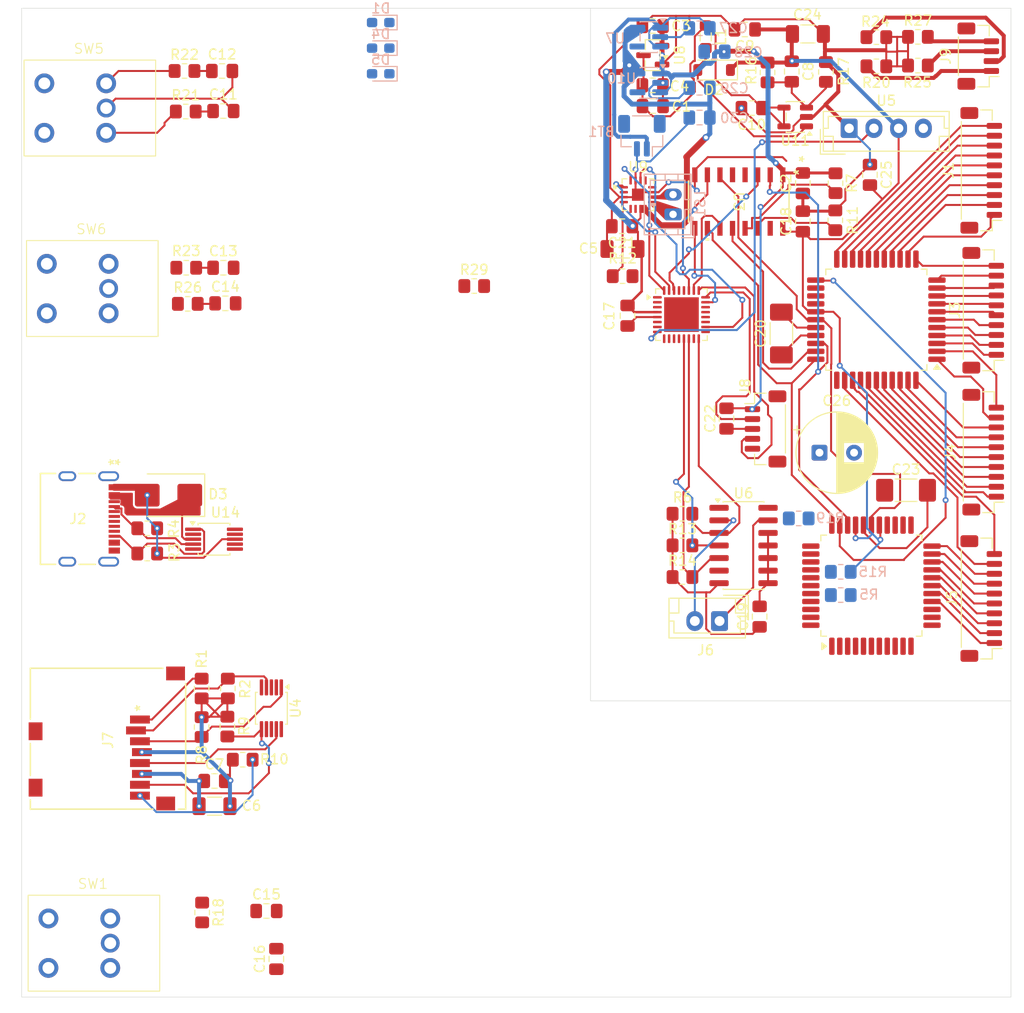
<source format=kicad_pcb>
(kicad_pcb (version 20241229) (generator "pcbnew") (generator_version "9.0")
  (layers (0 "F.Cu" signal) (2 "B.Cu" signal) (13 "F.Paste" user) (15 "B.Paste" user) (5 "F.SilkS" user "F.Silkscreen") (7 "B.SilkS" user "B.Silkscreen") (1 "F.Mask" user) (3 "B.Mask" user) (25 "Edge.Cuts" user))
  (net 0 "")
  (net 1 "+3.3V")
  (net 2 "GND")
  (net 3 "+5V")
  (net 4 "/ROT2A")
  (net 5 "+12V")
  (net 6 "/ROT2B")
  (net 7 "/ROT3B")
  (net 8 "/ROT3A")
  (net 9 "/ROT1B")
  (net 10 "+170V")
  (net 11 "Net-(D1-A)")
  (net 12 "/ROT1A")
  (net 13 "/SWDIO")
  (net 14 "/SELECT_RET")
  (net 15 "Net-(D4-A)")
  (net 16 "/SD_NSS")
  (net 17 "Net-(U3-Select)")
  (net 18 "Net-(D5-A)")
  (net 20 "Net-(J7-DAT2)")
  (net 21 "/SD_MOSI")
  (net 22 "/SD_MISO")
  (net 23 "/AU_~{SD}")
  (net 27 "Net-(J6-Pin_2)")
  (net 28 "Net-(J6-Pin_1)")
  (net 31 "Net-(BT1-+)")
  (net 32 "+V_CRIT")
  (net 33 "Net-(R23-Pad2)")
  (net 34 "Net-(R26-Pad1)")
  (net 35 "Net-(J7-DAT1)")
  (net 36 "Net-(U1A-DATA_OUT)")
  (net 37 "Net-(U9-~{SD_MODE})")
  (net 38 "Net-(U3-Fin)")
  (net 39 "/HV_~{LE}")
  (net 41 "/CLK")
  (net 42 "/HV_CLK")
  (net 43 "/Din")
  (net 45 "/HV_DIN")
  (net 46 "/SD_SCK")
  (net 47 "/CAP_SCL")
  (net 48 "/CAP_INT")
  (net 49 "Net-(J4-Pin_7)")
  (net 51 "Net-(J9-Pin_2)")
  (net 52 "/AU_DIN")
  (net 53 "/SWCLK")
  (net 54 "Net-(J4-Pin_5)")
  (net 55 "/CAP_SDA")
  (net 56 "/AU_BCLK")
  (net 57 "Net-(J9-Pin_1)")
  (net 58 "/~{RESET}")
  (net 59 "Net-(J9-Pin_3)")
  (net 60 "Net-(J4-Pin_1)")
  (net 61 "Net-(J4-Pin_3)")
  (net 62 "/AU_LRCLK")
  (net 63 "Net-(J1-Pin_7)")
  (net 64 "Net-(J1-Pin_10)")
  (net 65 "Net-(J1-Pin_4)")
  (net 66 "Net-(J1-Pin_5)")
  (net 67 "Net-(J1-Pin_2)")
  (net 68 "Net-(J1-Pin_3)")
  (net 69 "Net-(J1-Pin_8)")
  (net 70 "Net-(J1-Pin_1)")
  (net 71 "Net-(J1-Pin_6)")
  (net 72 "Net-(J1-Pin_9)")
  (net 73 "Net-(J3-Pin_8)")
  (net 74 "Net-(J3-Pin_2)")
  (net 75 "Net-(J3-Pin_4)")
  (net 76 "Net-(J3-Pin_3)")
  (net 77 "Net-(J3-Pin_5)")
  (net 78 "Net-(J3-Pin_7)")
  (net 79 "Net-(J3-Pin_6)")
  (net 80 "Net-(J3-Pin_9)")
  (net 81 "Net-(J3-Pin_10)")
  (net 82 "Net-(J4-Pin_8)")
  (net 83 "Net-(J4-Pin_6)")
  (net 84 "Net-(J3-Pin_1)")
  (net 85 "Net-(J4-Pin_10)")
  (net 86 "Net-(J4-Pin_9)")
  (net 87 "Net-(J5-Pin_5)")
  (net 88 "Net-(J5-Pin_6)")
  (net 101 "Net-(J5-Pin_9)")
  (net 102 "Net-(J5-Pin_10)")
  (net 103 "Net-(J4-Pin_2)")
  (net 104 "Net-(J4-Pin_4)")
  (net 105 "Net-(J5-Pin_1)")
  (net 106 "Net-(J5-Pin_2)")
  (net 107 "Net-(J5-Pin_3)")
  (net 108 "Net-(J5-Pin_4)")
  (net 109 "Net-(J5-Pin_7)")
  (net 110 "Net-(J5-Pin_8)")
  (net 149 "Net-(J9-Pin_4)")
  (net 150 "/~{BL}")
  (net 151 "/~{LE}")
  (net 152 "/HV_~{BL}")
  (net 158 "Net-(R18-Pad2)")
  (net 159 "Net-(R21-Pad1)")
  (net 160 "Net-(R22-Pad2)")
  (net 161 "Net-(R29-Pad1)")
  (net 162 "/FB")
  (net 163 "/SW")
  (net 164 "/CC1")
  (net 165 "/CC2")
  (net 166 "/NCH_SHDN")
  (net 167 "/SP_OUT_N")
  (net 168 "/SP_OUT_P")
  (footprint "Package_DFN_QFN:TQFN-16-1EP_3x3mm_P0.5mm_EP1.23x1.23mm" (layer "F.Cu") (at 171.76 60.26)
    (property "Reference" "U9")
    (property "Value" "MAX98357A")
  )
  (footprint "Capacitor_SMD:C_1808_4520Metric_Pad1.72x2.30mm_HandSolder" (layer "F.Cu") (at 186.25 74.3 90)
    (property "Reference" "C20")
    (property "Value" "0.1uF")
  )
  (footprint "Capacitor_SMD:C_0805_2012Metric_Pad1.18x1.45mm_HandSolder" (layer "F.Cu") (at 129.84375 67.65)
    (property "Reference" "C13")
    (property "Value" "0.01uF")
  )
  (footprint "Resistor_SMD:R_0805_2012Metric_Pad1.20x1.40mm_HandSolder" (layer "F.Cu") (at 200.05 47.2)
    (property "Reference" "R25")
    (property "Value" "27k 5%")
  )
  (footprint "Package_DFN_QFN:UFQFPN-32-1EP_5x5mm_P0.5mm_EP3.5x3.5mm" (layer "F.Cu") (at 176.15 72.3875)
    (property "Reference" "U13" (hide yes))
    (property "Value" "STM32G0B1KEU6")
  )
  (footprint "footprints:MEM2061-01-188-00-A_GCT" (layer "F.Cu") (at 118.185101 115.276499 90)
    (property "Reference" "J7")
    (property "Value" "Micro_SD_Card_Det1")
  )
  (footprint "Resistor_SMD:R_0805_2012Metric_Pad1.20x1.40mm_HandSolder" (layer "F.Cu") (at 126.09375 67.65 180)
    (property "Reference" "R23")
    (property "Value" "10k")
  )
  (footprint "Resistor_SMD:R_0805_2012Metric_Pad1.20x1.40mm_HandSolder" (layer "F.Cu") (at 127.65 114.1 -90)
    (property "Reference" "R8")
    (property "Value" "50k")
  )
  (footprint "Resistor_SMD:R_0805_2012Metric_Pad1.20x1.40mm_HandSolder" (layer "F.Cu") (at 131.8 117.4)
    (property "Reference" "R10")
    (property "Value" "50k")
  )
  (footprint "Diode_SMD:D_SMB" (layer "F.Cu") (at 124.3 90.65 180)
    (property "Reference" "D3")
    (property "Value" "SMBJ6.0")
  )
  (footprint "Capacitor_SMD:C_0805_2012Metric_Pad1.18x1.45mm_HandSolder" (layer "F.Cu") (at 128.95 119.55)
    (property "Reference" "C7")
    (property "Value" "0.1u")
  )
  (footprint "Resistor_SMD:R_0805_2012Metric_Pad1.20x1.40mm_HandSolder" (layer "F.Cu") (at 200.05 44.3)
    (property "Reference" "R27")
    (property "Value" "27k 5%")
  )
  (footprint "Resistor_SMD:R_0805_2012Metric_Pad1.20x1.40mm_HandSolder" (layer "F.Cu") (at 155.2 69.5)
    (property "Reference" "R29")
    (property "Value" "10k")
  )
  (footprint "Capacitor_SMD:C_1206_3216Metric_Pad1.33x1.80mm_HandSolder" (layer "F.Cu") (at 188.930002 44.005)
    (property "Reference" "C24")
    (property "Value" "10uF")
  )
  (footprint "Capacitor_SMD:C_0805_2012Metric_Pad1.18x1.45mm_HandSolder" (layer "F.Cu") (at 134.2 132.7)
    (property "Reference" "C15")
    (property "Value" "0.01uF")
  )
  (footprint "Capacitor_SMD:C_1206_3216Metric_Pad1.33x1.80mm_HandSolder" (layer "F.Cu") (at 128.95 122.1 180)
    (property "Reference" "C6")
    (property "Value" "4.7u")
  )
  (footprint "Capacitor_SMD:C_0805_2012Metric_Pad1.18x1.45mm_HandSolder" (layer "F.Cu") (at 182.55 43.55 180)
    (property "Reference" "C9")
    (property "Value" "1uF")
  )
  (footprint "Resistor_SMD:R_0805_2012Metric_Pad1.20x1.40mm_HandSolder" (layer "F.Cu") (at 190.75 47.85 90)
    (property "Reference" "R17")
    (property "Value" "160k")
  )
  (footprint "Capacitor_SMD:C_0805_2012Metric_Pad1.18x1.45mm_HandSolder" (layer "F.Cu") (at 170.7 72.5 -90)
    (property "Reference" "C17")
    (property "Value" "0.1uF")
  )
  (footprint "Connector_JST:JST_SH_BM10B-SRSS-TB_1x10-1MP_P1.00mm_Vertical" (layer "F.Cu") (at 206.45 57.8 90)
    (property "Reference" "J1")
    (property "Value" "Conn_01x10_Pin")
  )
  (footprint "Package_QFP:PQFP-44_10x10mm_P0.8mm" (layer "F.Cu") (at 195.85 72.9 180)
    (property "Reference" "U1" (hide yes))
    (property "Value" "HV5622PG" (hide yes))
  )
  (footprint "Connector_JST:JST_EH_B4B-EH-A_1x04_P2.50mm_Vertical" (layer "F.Cu") (at 193.1 53.55)
    (property "Reference" "U5")
    (property "Value" "NCH6100HV")
  )
  (footprint "Capacitor_SMD:C_0805_2012Metric_Pad1.18x1.45mm_HandSolder" (layer "F.Cu") (at 173.2375 43.2 180)
    (property "Reference" "C3")
    (property "Value" "4.7uF")
  )
  (footprint "Capacitor_SMD:C_0805_2012Metric_Pad1.18x1.45mm_HandSolder" (layer "F.Cu") (at 129.84375 51.8)
    (property "Reference" "C11")
    (property "Value" "0.01uF")
  )
  (footprint "Capacitor_SMD:C_0805_2012Metric_Pad1.18x1.45mm_HandSolder" (layer "F.Cu") (at 187.3 47.8 -90)
    (property "Reference" "C8")
    (property "Value" "27pF")
  )
  (footprint "Resistor_SMD:R_0805_2012Metric_Pad1.20x1.40mm_HandSolder" (layer "F.Cu") (at 130.3 110.2 90)
    (property "Reference" "R2")
    (property "Value" "50k")
  )
  (footprint "Resistor_SMD:R_0805_2012Metric_Pad1.20x1.40mm_HandSolder" (layer "F.Cu") (at 127.65 110.2 90)
    (property "Reference" "R1")
    (property "Value" "50k")
  )
  (footprint "Capacitor_SMD:C_1808_4520Metric_Pad1.72x2.30mm_HandSolder" (layer "F.Cu") (at 198.85 90.15)
    (property "Reference" "C23")
    (property "Value" "0.1uF")
  )
  (footprint "Inductor_SMD:L_0805_2012Metric_Pad1.05x1.20mm_HandSolder" (layer "F.Cu") (at 178.6 44.3 -90)
    (property "Reference" "L1")
    (property "Value" "10uH")
  )
  (footprint "Resistor_SMD:R_0805_2012Metric_Pad1.20x1.40mm_HandSolder" (layer "F.Cu") (at 176.25 92.527499)
    (property "Reference" "R6")
    (property "Value" "10k")
  )
  (footprint "Resistor_SMD:R_0805_2012Metric_Pad1.20x1.40mm_HandSolder" (layer "F.Cu") (at 195.85 44.33 180)
    (property "Reference" "R24")
    (property "Value" "27k 5%")
  )
  (footprint "Resistor_SMD:R_0805_2012Metric_Pad1.20x1.40mm_HandSolder" (layer "F.Cu") (at 125.91875 47.75 180)
    (property "Reference" "R22")
    (property "Value" "10k")
  )
  (footprint "Capacitor_SMD:C_0805_2012Metric_Pad1.18x1.45mm_HandSolder" (layer "F.Cu") (at 173.25 51.3)
    (property "Reference" "C1")
    (property "Value" "10uF")
  )
  (footprint "Diode_SMD:D_SOD-123" (layer "F.Cu") (at 179.45 47.65 180)
    (property "Reference" "D2")
    (property "Value" "MBR0530")
  )
  (footprint "Capacitor_SMD:C_0805_2012Metric_Pad1.18x1.45mm_HandSolder" (layer "F.Cu") (at 180.7 82.9 -90)
    (property "Reference" "C22")
    (property "Value" "0.1uF")
  )
  (footprint "Package_SO:SOIC-14_3.9x8.7mm_P1.27mm" (layer "F.Cu") (at 182.425 95.737499)
    (property "Reference" "U6")
    (property "Value" "CAP1206-x-SL")
  )
  (footprint "Resistor_SMD:R_0805_2012Metric_Pad1.20x1.40mm_HandSolder" (layer "F.Cu") (at 191.72 59.1 -90)
    (property "Reference" "R7")
    (property "Value" "330k")
  )
  (footprint "Connector_JST:JST_SH_BM10B-SRSS-TB_1x10-1MP_P1.00mm_Vertical" (layer "F.Cu") (at 206.45 101.1 90)
    (property "Reference" "J5")
    (property "Value" "Conn_01x10_Pin")
  )
  (footprint "Resistor_SMD:R_0805_2012Metric_Pad1.20x1.40mm_HandSolder" (layer "F.Cu") (at 195.85 47.28 180)
    (property "Reference" "R20")
    (property "Value" "27k 5%")
  )
  (footprint "Resistor_SMD:R_0805_2012Metric_Pad1.20x1.40mm_HandSolder" (layer "F.Cu") (at 122.15 96.55)
    (property "Reference" "R3")
    (property "Value" "5.1k 1%")
  )
  (footprint "Capacitor_SMD:C_0805_2012Metric_Pad1.18x1.45mm_HandSolder" (layer "F.Cu") (at 195.2 58.25 -90)
    (property "Reference" "C25")
    (property "Value" "0.1uF")
  )
  (footprint "Resistor_SMD:R_0805_2012Metric_Pad1.20x1.40mm_HandSolder" (layer "F.Cu") (at 130.25 114.05 -90)
    (property "Reference" "R9")
    (property "Value" "50k")
  )
  (footprint "Capacitor_SMD:C_0805_2012Metric_Pad1.18x1.45mm_HandSolder" (layer "F.Cu") (at 130.05 71.25)
    (property "Reference" "C14")
    (property "Value" "0.01uF")
  )
  (footprint "Resistor_SMD:R_0805_2012Metric_Pad1.20x1.40mm_HandSolder" (layer "F.Cu") (at 191.7 62.85 90)
    (property "Reference" "R11")
    (property "Value" "10k")
  )
  (footprint "Connector_JST:JST_SH_BM05B-SRSS-TB_1x05-1MP_P1.00mm_Vertical" (layer "F.Cu") (at 184.65 83.95 -90)
    (property "Reference" "J8")
    (property "Value" "Conn_ARM_JTAG_SWD_10")
  )
  (footprint "Resistor_SMD:R_0805_2012Metric_Pad1.20x1.40mm_HandSolder" (layer "F.Cu") (at 176.25 95.727499)
    (property "Reference" "R13")
    (property "Value" "10k")
  )
  (footprint "Capacitor_SMD:C_0805_2012Metric_Pad1.18x1.45mm_HandSolder" (layer "F.Cu") (at 188.42 59.1 90)
    (property "Reference" "C2")
    (property "Value" "0.1uF")
  )
  (footprint "Resistor_SMD:R_0805_2012Metric_Pad1.20x1.40mm_HandSolder" (layer "F.Cu") (at 122.15 94)
    (property "Reference" "R4")
    (property "Value" "5.1k 1%")
  )
  (footprint "Capacitor_THT:CP_Radial_D8.0mm_P3.50mm" (layer "F.Cu") (at 190.097349 86.35)
    (property "Reference" "C26")
    (property "Value" "22uF 300V")
  )
  (footprint "Capacitor_SMD:C_0805_2012Metric_Pad1.18x1.45mm_HandSolder" (layer "F.Cu") (at 188.42 62.9625 90)
    (property "Reference" "C18")
    (property "Value" "0.1uF")
  )
  (footprint "Capacitor_SMD:C_0805_2012Metric_Pad1.18x1.45mm_HandSolder" (layer "F.Cu") (at 173.2375 49.2)
    (property "Reference" "C4")
    (property "Value" "1uF")
  )
  (footprint "Package_TO_SOT_SMD:SOT-23" (layer "F.Cu") (at 173.25 46.15 180)
    (property "Reference" "U8")
    (property "Value" "MCP1700x-330xxTT")
  )
  (footprint "Connector_JST:JST_SH_BM10B-SRSS-TB_1x10-1MP_P1.00mm_Vertical" (layer "F.Cu") (at 206.65 71.95 90)
    (property "Reference" "J3")
    (property "Value" "Conn_01x10_Pin")
  )
  (footprint "Capacitor_SMD:C_0805_2012Metric_Pad1.18x1.45mm_HandSolder" (layer "F.Cu") (at 170.15 63.45 180)
    (property "Reference" "C21")
    (property "Value" "0.1uF")
  )
  (footprint "Package_QFP:PQFP-44_10x10mm_P0.8mm" (layer "F.Cu") (at 195.35 99.8 90)
    (property "Reference" "U2" (hide yes))
    (property "Value" "HV5622PG" (hide yes))
  )
  (footprint "Resistor_SMD:R_0805_2012Metric_Pad1.20x1.40mm_HandSolder" (layer "F.Cu") (at 184.85 47.9 -90)
    (property "Reference" "R16")
    (property "Value" "1.5M")
  )
  (footprint "footprints:SOIC-16_ONS" (layer "F.Cu") (at 181.945 60.9551 -90)
    (property "Reference" "U3")
    (property "Value" "4504")
  )
  (footprint "Connector_JST:JST_SH_BM10B-SRSS-TB_1x10-1MP_P1.00mm_Vertical" (layer "F.Cu") (at 206.65 86.3 90)
    (property "Reference" "J4")
    (property "Value" "Conn_01x10_Pin")
  )
  (footprint "Resistor_SMD:R_0805_2012Metric_Pad1.20x1.40mm_HandSolder" (layer "F.Cu") (at 170.2 68.5 180)
    (property "Reference" "R12")
    (property "Value" "633k")
  )
  (footprint "Connector_JST:JST_EH_B2B-EH-A_1x02_P2.50mm_Vertical" (layer "F.Cu") (at 180 103.377499 180)
    (property "Reference" "J6")
    (property "Value" "Conn_01x02")
  )
  (footprint "Resistor_SMD:R_0805_2012Metric_Pad1.20x1.40mm_HandSolder" (layer "F.Cu") (at 127.7 132.85 -90)
    (property "Reference" "R18")
    (property "Value" "10k")
  )
  (footprint "footprints:12402012E212A_AMP" (layer "F.Cu") (at 115.15 93.05 -90)
    (property "Reference" "J2")
    (property "Value" "USB_C_Receptacle_2.0" (hide yes))
  )
  (footprint "footprints:PEC09-2xxxF-Sxxxx" (layer "F.Cu") (at 111.912502 135.955)
    (property "Reference" "SW1")
    (property "Value" "PEC11J-9215F-S0015" (hide yes))
  )
  (footprint "Capacitor_SMD:C_0805_2012Metric_Pad1.18x1.45mm_HandSolder" (layer "F.Cu") (at 183.25 51.5 180)
    (property "Reference" "C10")
    (property "Value" "4.7u")
  )
  (footprint "Resistor_SMD:R_0805_2012Metric_Pad1.20x1.40mm_HandSolder" (layer "F.Cu") (at 126.25 71.3)
    (property "Reference" "R26")
    (property "Value" "10k")
  )
  (footprint "Connector_JST:JST_SH_BM04B-SRSS-TB_1x04-1MP_P1.00mm_Vertical" (layer "F.Cu") (at 206.15 46.25 90)
    (property "Reference" "J9")
    (property "Value" "NixieIN")
  )
  (footprint "Package_TO_SOT_SMD:SOT-23-5" (layer "F.Cu") (at 187.65 52.4 180)
    (property "Reference" "U11")
    (property "Value" "TPS61040DBV")
  )
  (footprint "Package_SO:MSOP-10_3x3mm_P0.5mm" (layer "F.Cu") (at 134.7 112.2 -90)
    (property "Reference" "U4")
    (property "Value" "CM1224-04MR")
  )
  (footprint "Resistor_SMD:R_0805_2012Metric_Pad1.20x1.40mm_HandSolder" (layer "F.Cu") (at 176.25 98.927499)
    (property "Reference" "R14")
    (property "Value" "10k")
  )
  (footprint "Resistor_SMD:R_0805_2012Metric_Pad1.20x1.40mm_HandSolder" (layer "F.Cu") (at 126.04375 51.85)
    (property "Reference" "R21")
    (property "Value" "10k")
  )
  (footprint "Capacitor_SMD:C_0805_2012Metric_Pad1.18x1.45mm_HandSolder" (layer "F.Cu") (at 135.2 137.55 90)
    (property "Reference" "C16")
    (property "Value" "0.01uF")
  )
  (footprint "Capacitor_SMD:C_0805_2012Metric_Pad1.18x1.45mm_HandSolder" (layer "F.Cu") (at 129.71875 47.75)
    (property "Reference" "C12")
    (property "Value" "0.01uF")
  )
  (footprint "footprints:PEC09-2xxxF-Sxxxx" (layer "F.Cu") (at 111.75 69.75)
    (property "Reference" "SW6")
    (property "Value" "PEC16-2015F-N0024" (hide yes))
  )
  (footprint "footprints:PEC09-2xxxF-Sxxxx" (layer "F.Cu") (at 111.5 51.5)
    (property "Reference" "SW5")
    (property "Value" "PEC16-2015F-N0024" (hide yes))
  )
  (footprint "Capacitor_SMD:C_1206_3216Metric_Pad1.33x1.80mm_HandSolder" (layer "F.Cu") (at 170.1875 65.75 180)
    (property "Reference" "C5")
    (property "Value" "10uF")
  )
  (footprint "Capacitor_SMD:C_0805_2012Metric_Pad1.18x1.45mm_HandSolder" (layer "F.Cu") (at 184.05 102.927499 90)
    (property "Reference" "C19")
    (property "Value" "0.1uF")
  )
  (footprint "Package_SO:MSOP-10_3x3mm_P0.5mm" (layer "F.Cu") (at 128.9 95.1)
    (property "Reference" "U14")
    (property "Value" "CM1224-04MR")
  )
  (footprint "LED_SMD:LED_0603_1608Metric_Pad1.05x0.95mm_HandSolder" (layer "B.Cu") (at 145.75 48.03 180)
    (property "Reference" "D5")
    (property "Value" "170V+")
  )
  (footprint "Resistor_SMD:R_0805_2012Metric_Pad1.20x1.40mm_HandSolder" (layer "B.Cu") (at 192.25 98.4)
    (property "Reference" "R15")
    (property "Value" "670 20%")
  )
  (footprint "Package_TO_SOT_SMD:SC-74A-5_1.55x2.9mm_P0.95mm" (layer "B.Cu") (at 172.85 44.325 180)
    (property "Reference" "U7")
    (property "Value" "NID1100")
  )
  (footprint "Connector_JST:JST_PH_B2B-PH-K_1x02_P2.00mm_Vertical" (layer "B.Cu") (at 175.3 62.25 90)
    (property "Reference" "LS1")
    (property "Value" "Speaker")
  )
  (footprint "Connector_JST:JST_SH_BM02B-SRSS-TB_1x02-1MP_P1.00mm_Vertical" (layer "B.Cu") (at 172.15 54.3 180)
    (property "Reference" "BT1")
    (property "Value" "Battery_Cell")
  )
  (footprint "Capacitor_SMD:C_0805_2012Metric_Pad1.18x1.45mm_HandSolder" (layer "B.Cu") (at 177.98 43.43 180)
    (property "Reference" "C27")
    (property "Value" "0.1u")
  )
  (footprint "LED_SMD:LED_0603_1608Metric_Pad1.05x0.95mm_HandSolder" (layer "B.Cu") (at 145.75 42.85 180)
    (property "Reference" "D1")
    (property "Value" "3.3V+")
  )
  (footprint "LED_SMD:LED_0603_1608Metric_Pad1.05x0.95mm_HandSolder" (layer "B.Cu") (at 145.75 45.44 180)
    (property "Reference" "D4")
    (property "Value" "12V+")
  )
  (footprint "Capacitor_SMD:C_0805_2012Metric_Pad1.18x1.45mm_HandSolder" (layer "B.Cu") (at 177.98 49.45 180)
    (property "Reference" "C29")
    (property "Value" "0.33u")
  )
  (footprint "Capacitor_SMD:C_0805_2012Metric_Pad1.18x1.45mm_HandSolder" (layer "B.Cu") (at 177.98 52.46 180)
    (property "Reference" "C30")
    (property "Value" "0.33u")
  )
  (footprint "Resistor_SMD:R_0805_2012Metric_Pad1.20x1.40mm_HandSolder" (layer "B.Cu") (at 188 93)
    (property "Reference" "R19")
    (property "Value" "11200 20%")
  )
  (footprint "Package_TO_SOT_SMD:SC-74A-5_1.55x2.9mm_P0.95mm" (layer "B.Cu") (at 172.85 48.95 180)
    (property "Reference" "U10")
    (property "Value" "NID1100")
  )
  (footprint "Capacitor_SMD:C_0805_2012Metric_Pad1.18x1.45mm_HandSolder" (layer "B.Cu") (at 179.4875 45.8 180)
    (property "Reference" "C28")
    (property "Value" "0.1u")
  )
  (footprint "Resistor_SMD:R_0805_2012Metric_Pad1.20x1.40mm_HandSolder" (layer "B.Cu") (at 192.25 100.75)
    (property "Reference" "R5")
    (property "Value" "86 20%")
  )
  (gr_line (start 166.955002 41.405) (end 166.955002 111.405) (stroke (width 0.05)) (layer "Edge.Cuts"))
  (gr_rect (start 109.455002 41.405) (end 209.455002 141.405) (stroke (width 0.05)) (fill no) (layer "Edge.Cuts"))
  (gr_line (start 209.455002 41.405) (end 166.955002 41.405) (stroke (width 0.05)) (layer "Edge.Cuts"))
  (gr_line (start 166.955002 111.45) (end 209.45 111.45) (stroke (width 0.05)) (layer "Edge.Cuts"))
  (segment (start 175.25 92.527499) (end 175.25 95.727499) (width 0.2) (layer "F.Cu") (net 1))
  (segment (start 176.8 100.477499) (end 178.65 100.477499) (width 0.2) (layer "F.Cu") (net 1))
  (segment (start 130.25 111.25) (end 130.3 111.2) (width 0.2) (layer "F.Cu") (net 1))
  (segment (start 186.5775 58.0625) (end 186.39 58.25) (width 0.2) (layer "F.Cu") (net 1))
  (segment (start 127.65 111.2) (end 130.3 111.2) (width 0.2) (layer "F.Cu") (net 1))
  (segment (start 184.4 61.5) (end 184.15 61.5) (width 0.2) (layer "F.Cu") (net 1))
  (segment (start 186.39 59.51) (end 184.4 61.5) (width 0.2) (layer "F.Cu") (net 1))
  (segment (start 186.39 58.25) (end 186.39 59.51) (width 0.2) (layer "F.Cu") (net 1))
  (segment (start 186.39 57.7674) (end 186.39 58.25) (width 0.2) (layer "F.Cu") (net 1))
  (segment (start 174.1875 43.2875) (end 174.275 43.2) (width 0.2) (layer "F.Cu") (net 1))
  (segment (start 175.25 98.927499) (end 175.25 95.727499) (width 0.2) (layer "F.Cu") (net 1))
  (segment (start 185.687064 57.064464) (end 186.39 57.7674) (width 0.5) (layer "F.Cu") (net 1))
  (segment (start 178.65 100.477499) (end 179.02 100.477499) (width 0.2) (layer "F.Cu") (net 1))
  (segment (start 188.42 58.0625) (end 186.5775 58.0625) (width 0.3) (layer "F.Cu") (net 1))
  (segment (start 130.25 113.05) (end 127.7 113.05) (width 0.2) (layer "F.Cu") (net 1))
  (segment (start 128.4 113.1) (end 130.3 111.2) (width 0.2) (layer "F.Cu") (net 1))
  (segment (start 178.65 104.163659) (end 179.16484 104.678499) (width 0.2) (layer "F.Cu") (net 1))
  (segment (start 179.02 100.477499) (end 179.95 99.547499) (width 0.2) (layer "F.Cu") (net 1))
  (segment (start 127.7 113.05) (end 127.65 113.1) (width 0.2) (layer "F.Cu") (net 1))
  (segment (start 127.65 113.1) (end 128.4 113.1) (width 0.2) (layer "F.Cu") (net 1))
  (segment (start 130.25 113.05) (end 130.25 111.25) (width 0.2) (layer "F.Cu") (net 1))
  (segment (start 183.45 45.75) (end 180.5 45.75) (width 0.5) (layer "F.Cu") (net 1))
  (segment (start 130.5125 119.55) (end 130.55625 119.50625) (width 0.2) (layer "F.Cu") (net 1))
  (segment (start 183.3365 104.678499) (end 184.05 103.964999) (width 0.2) (layer "F.Cu") (net 1))
  (segment (start 188.42 58.0625) (end 191.6825 58.0625) (width 0.3) (layer "F.Cu") (net 1))
  (segment (start 129.5 113.05) (end 127.65 111.2) (width 0.2) (layer "F.Cu") (net 1))
  (segment (start 183.2375 81.8625) (end 183.325 81.95) (width 0.2) (layer "F.Cu") (net 1))
  (segment (start 175.25 98.927499) (end 176.8 100.477499) (width 0.2) (layer "F.Cu") (net 1))
  (segment (start 180.7 81.8625) (end 183.2375 81.8625) (width 0.2) (layer "F.Cu") (net 1))
  (segment (start 179.16484 104.678499) (end 183.3365 104.678499) (width 0.2) (layer "F.Cu") (net 1))
  (segment (start 174.1875 46.15) (end 174.1875 45.2) (width 0.5) (layer "F.Cu") (net 1))
  (segment (start 130.25 113.05) (end 129.5 113.05) (width 0.2) (layer "F.Cu") (net 1))
  (segment (start 130.5125 119.55) (end 130.5125 117.6875) (width 0.2) (layer "F.Cu") (net 1))
  (segment (start 180.5 45.75) (end 180.45 45.8) (width 0.2) (layer "F.Cu") (net 1))
  (segment (start 191.6825 58.0625) (end 191.72 58.1) (width 0.2) (layer "F.Cu") (net 1))
  (segment (start 174.1875 45.2) (end 174.1875 43.2875) (width 0.5) (layer "F.Cu") (net 1))
  (segment (start 127.65 113.1) (end 127.65 111.2) (width 0.2) (layer "F.Cu") (net 1))
  (segment (start 130.5125 117.6875) (end 130.8 117.4) (width 0.2) (layer "F.Cu") (net 1))
  (segment (start 178.65 100.477499) (end 178.65 104.163659) (width 0.2) (layer "F.Cu") (net 1))
  (via (at 130.55625 119.50625) (size 0.6) (drill 0.3) (layers "F.Cu" "B.Cu") (net 1))
  (via (at 185.687064 57.064464) (size 0.6) (drill 0.3) (layers "F.Cu" "B.Cu") (net 1))
  (via (at 130.5125 122.1) (size 0.6) (drill 0.3) (layers "F.Cu" "B.Cu") (net 1))
  (via (at 121.613502 116.636499) (size 0.6) (drill 0.3) (layers "F.Cu" "B.Cu") (net 1))
  (via (at 183.45 45.75) (size 0.6) (drill 0.3) (layers "F.Cu" "B.Cu") (net 1))
  (via (at 174.1875 46.15) (size 0.6) (drill 0.3) (layers "F.Cu" "B.Cu") (net 1))
  (via (at 183.3 81.95) (size 0.6) (drill 0.3) (layers "F.Cu" "B.Cu") (net 1))
  (via (at 127.65 113.1) (size 0.6) (drill 0.3) (layers "F.Cu" "B.Cu") (net 1))
  (via (at 180.45 45.8) (size 0.6) (drill 0.3) (layers "F.Cu" "B.Cu") (net 1))
  (via (at 184.15 61.5) (size 0.6) (drill 0.3) (layers "F.Cu" "B.Cu") (net 1))
  (segment (start 127.7 116.65) (end 127.686499 116.636499) (width 0.3) (layer "B.Cu") (net 1))
  (segment (start 127.65 116.6) (end 127.65 113.1) (width 0.4) (layer "B.Cu") (net 1))
  (segment (start 185.1645 56.6) (end 184.901 56.3365) (width 0.5) (layer "B.Cu") (net 1))
  (segment (start 184.15 61.5) (end 184.15 81.1) (width 0.2) (layer "B.Cu") (net 1))
  (segment (start 174.1875 46.15) (end 174.1875 47.8125) (width 0.5) (layer "B.Cu") (net 1))
  (segment (start 175.127 48.424) (end 175.401 48.15) (width 0.5) (layer "B.Cu") (net 1))
  (segment (start 184.901 56.3365) (end 184.901 47.201) (width 0.5) (layer "B.Cu") (net 1))
  (segment (start 175.101 48.45) (end 175.127 48.424) (width 0.2) (layer "B.Cu") (net 1))
  (segment (start 185.687064 57.064464) (end 185.2226 56.6) (width 0.5) (layer "B.Cu") (net 1))
  (segment (start 130.55625 119.50625) (end 127.7 116.65) (width 0.4) (layer "B.Cu") (net 1))
  (segment (start 179.7 45.8) (end 180.15 45.8) (width 0.5) (layer "B.Cu") (net 1))
  (segment (start 175.101 49.290968) (end 175.101 48.45) (width 0.2) (layer "B.Cu") (net 1))
  (segment (start 180.15 45.8) (end 180.45 45.8) (width 0.2) (layer "B.Cu") (net 1))
  (segment (start 179.4885 46.0115) (end 179.7 45.8) (width 0.5) (layer "B.Cu") (net 1))
  (segment (start 184.15 81.1) (end 183.3 81.95) (width 0.2) (layer "B.Cu") (net 1))
  (segment (start 127.686499 116.636499) (end 121.613502 116.636499) (width 0.4) (layer "B.Cu") (net 1))
  (segment (start 175.101 48.45) (end 175.101 48.301001) (width 0.2) (layer "B.Cu") (net 1))
  (segment (start 130.55625 119.55625) (end 130.5125 119.6) (width 0.2) (layer "B.Cu") (net 1))
  (segment (start 177.35 48.15) (end 178.524 46.976) (width 0.5) (layer "B.Cu") (net 1))
  (segment (start 179.4885 46.572292) (end 179.4885 46.0115) (width 0.5) (layer "B.Cu") (net 1))
  (segment (start 174.491968 49.9) (end 175.101 49.290968) (width 0.2) (layer "B.Cu") (net 1))
  (segment (start 185.2226 56.6) (end 185.1645 56.6) (width 0.5) (layer "B.Cu") (net 1))
  (segment (start 130.5125 119.6) (end 130.5125 122.1) (width 0.4) (layer "B.Cu") (net 1))
  (segment (start 180.45 45.8) (end 180.525 45.8) (width 0.2) (layer "B.Cu") (net 1))
  (segment (start 127.7 116.65) (end 127.65 116.6) (width 0.3) (layer "B.Cu") (net 1))
  (segment (start 174 49.9) (end 174.491968 49.9) (width 0.2) (layer "B.Cu") (net 1))
  (segment (start 174.799999 48) (end 174 48) (width 0.2) (layer "B.Cu") (net 1))
  (segment (start 175.101 48.301001) (end 174.799999 48) (width 0.5) (layer "B.Cu") (net 1))
  (segment (start 179.084792 46.976) (end 179.4885 46.572292) (width 0.5) (layer "B.Cu") (net 1))
  (segment (start 174.1875 47.8125) (end 174 48) (width 0.2) (layer "B.Cu") (net 1))
  (segment (start 178.524 46.976) (end 179.084792 46.976) (width 0.5) (layer "B.Cu") (net 1))
  (segment (start 184.901 47.201) (end 183.45 45.75) (width 0.5) (layer "B.Cu") (net 1))
  (segment (start 130.55625 119.50625) (end 130.55625 119.55625) (width 0.2) (layer "B.Cu") (net 1))
  (segment (start 175.401 48.15) (end 177.35 48.15) (width 0.5) (layer "B.Cu") (net 1))
  (segment (start 183.3125 83.9375) (end 183.325 83.95) (width 0.2) (layer "F.Cu") (net 2))
  (segment (start 174.275 49.2) (end 174.275 51.2875) (width 0.2) (layer "F.Cu") (net 2))
  (segment (start 118 51.5) (end 118.949999 50.550001) (width 0.2) (layer "F.Cu") (net 2))
  (segment (start 199.02 47.28) (end 199.05 47.25) (width 0.2) (layer "F.Cu") (net 2))
  (segment (start 184.6635 53.951) (end 187.215968 53.951) (width 0.2) (layer "F.Cu") (net 2))
  (segment (start 176.95 42.174) (end 180.1365 42.174) (width 0.2) (layer "F.Cu") (net 2))
  (segment (start 190.65 46.75) (end 190.65 45.75) (width 0.4) (layer "F.Cu") (net 2))
  (segment (start 186.25 72.1375) (end 187.8125 73.7) (width 0.2) (layer "F.Cu") (net 2))
  (segment (start 172.2 43.25) (end 167.85 47.6) (width 0.2) (layer "F.Cu") (net 2))
  (segment (start 187.8125 73.7) (end 189.725 73.7) (width 0.2) (layer "F.Cu") (net 2))
  (segment (start 129.718948 95.1) (end 127.841948 96.977) (width 0.2) (layer "F.Cu") (net 2))
  (segment (start 171.51 60.01) (end 171.76 60.26) (width 0.2) (layer "F.Cu") (net 2))
  (segment (start 118.8203 89.849999) (end 121.349999 89.849999) (width 0.7) (layer "F.Cu") (net 2))
  (segment (start 182.2125 51.5) (end 184.6635 53.951) (width 0.2) (layer "F.Cu") (net 2))
  (segment (start 173.1975 60.01) (end 173.84 60.01) (width 0.2) (layer "F.Cu") (net 2))
  (segment (start 172.2 43.2) (end 173.226 42.174) (width 0.2) (layer "F.Cu") (net 2))
  (segment (start 121.349999 89.849999) (end 122.15 90.65) (width 0.2) (layer "F.Cu") (net 2))
  (segment (start 184.9 97.007499) (end 184.9 98.277499) (width 0.2) (layer "F.Cu") (net 2))
  (segment (start 197.95 47.23) (end 197.9 47.28) (width 0.2) (layer "F.Cu") (net 2))
  (segment (start 176.9425 43.43) (end 176.9425 42.1815) (width 0.2) (layer "F.Cu") (net 2))
  (segment (start 171.51 58.8225) (end 171.51 60.01) (width 0.2) (layer "F.Cu") (net 2))
  (segment (start 197.95 44.3) (end 196.88 44.3) (width 0.2) (layer "F.Cu") (net 2))
  (segment (start 188.401 52.4) (end 188.7875 52.4) (width 0.2) (layer "F.Cu") (net 2))
  (segment (start 172.01 60.01) (end 171.76 60.26) (width 0.2) (layer "F.Cu") (net 2))
  (segment (start 174.1875 47.1) (end 174.1875 47.2) (width 0.2) (layer "F.Cu") (net 2))
  (segment (start 130.75625 49.425002) (end 129.631251 50.550001) (width 0.2) (layer "F.Cu") (net 2))
  (segment (start 186.363464 56.463464) (end 186.75 56.85) (width 0.2) (layer "F.Cu") (net 2))
  (segment (start 174.275 48.95) (end 174.275 49.2) (width 0.2) (layer "F.Cu") (net 2))
  (segment (start 177.5 58.25) (end 177.5 57.7674) (width 0.2) (layer "F.Cu") (net 2))
  (segment (start 193.1 53.55) (end 190.699999 51.149999) (width 0.4) (layer "F.Cu") (net 2))
  (segment (start 130.75625 47.75) (end 130.75625 49.425002) (width 0.2) (layer "F.Cu") (net 2))
  (segment (start 167.85 47.6) (end 167.85 48.099971) (width 0.2) (layer "F.Cu") (net 2))
  (segment (start 192 49.849998) (end 192 48.1) (width 0.4) (layer "F.Cu") (net 2))
  (segment (start 168.95 49.199971) (end 168.95 59.565798) (width 0.2) (layer "F.Cu") (net 2))
  (segment (start 197.95 45.7) (end 197.95 45.8) (width 0.2) (layer "F.Cu") (net 2))
  (segment (start 196.88 44.3) (end 196.85 44.33) (width 0.2) (layer "F.Cu") (net 2))
  (segment (start 168.95 59.565798) (end 169.894202 60.51) (width 0.2) (layer "F.Cu") (net 2))
  (segment (start 201.0125 90.15) (end 201.0125 93.8875) (width 0.2) (layer "F.Cu") (net 2))
  (segment (start 201.0125 93.8875) (end 198.9 96) (width 0.2) (layer "F.Cu") (net 2))
  (segment (start 174.1875 47.1) (end 175.6 45.6875) (width 0.2) (layer "F.Cu") (net 2))
  (segment (start 196.85 47.28) (end 196.85 45.8) (width 0.2) (layer "F.Cu") (net 2))
  (segment (start 123.577 96.977) (end 123.15 96.55) (width 0.2) (layer "F.Cu") (net 2))
  (segment (start 177.5 59.65) (end 177.7 59.85) (width 0.2) (layer "F.Cu") (net 2))
  (segment (start 181.5125 43.55) (end 182.5385 42.524) (width 0.2) (layer "F.Cu") (net 2))
  (segment (start 190.75 45.65) (end 190.65 45.55) (width 0.2) (layer "F.Cu") (net 2))
  (segment (start 184.9 99.547499) (end 184.9 98.277499) (width 0.2) (layer "F.Cu") (net 2))
  (segment (start 169.1125 61.291702) (end 169.894202 60.51) (width 0.2) (layer "F.Cu") (net 2))
  (segment (start 190.65 45.75) (end 190.75 45.65) (width 0.2) (layer "F.Cu") (net 2))
  (segment (start 167.85 48.099971) (end 168.95 49.199971) (width 0.2) (layer "F.Cu") (net 2))
  (segment (start 187.476 53.690968) (end 187.476 53.325) (width 0.2) (layer "F.Cu") (net 2))
  (segment (start 129.631251 50.550001) (end 130.88125 51.8) (width 0.2) (layer "F.Cu") (net 2))
  (segment (start 189.449999 52.4) (end 190.699999 51.149999) (width 0.3) (layer "F.Cu") (net 2))
  (segment (start 199.05 47.25) (end 199.05 45.75) (width 0.2) (layer "F.Cu") (net 2))
  (segment (start 184.9 94.467499) (end 184.9 95.737499) (width 0.2) (layer "F.Cu") (net 2))
  (segment (start 196.85 47.28) (end 197.9 47.28) (width 0.2) (layer "F.Cu") (net 2))
  (segment (start 169.1125 63.45) (end 169.1125 61.291702) (width 0.2) (layer "F.Cu") (net 2))
  (segment (start 196.176056 96) (end 194.55 94.373944) (width 0.2) (layer "F.Cu") (net 2))
  (segment (start 175.6 45.6875) (end 175.6 42.174) (width 0.2) (layer "F.Cu") (net 2))
  (segment (start 177.5 57.7674) (end 178.803936 56.463464) (width 0.2) (layer "F.Cu") (net 2))
  (segment (start 171.51 58.8225) (end 171.51 57.71) (width 0.2) (layer "F.Cu") (net 2))
  (segment (start 192 48.1) (end 190.75 46.85) (width 0.4) (layer "F.Cu") (net 2))
  (segment (start 198.9 96) (end 196.176056 96) (width 0.2) (layer "F.Cu") (net 2))
  (segment (start 173.1975 60.01) (end 172.01 60.01) (width 0.2) (layer "F.Cu") (net 2))
  (segment (start 187.215968 53.951) (end 187.476 53.690968) (width 0.2) (layer "F.Cu") (net 2))
  (segment (start 180.7 83.9375) (end 183.3125 83.9375) (width 0.2) (layer "F.Cu") (net 2))
  (segment (start 131.0125 95.1) (end 129.718948 95.1) (width 0.2) (layer "F.Cu") (net 2))
  (segment (start 171.51 60.51) (end 171.76 60.26) (width 0.2) (layer "F.Cu") (net 2))
  (segment (start 171.6 72.6375) (end 173.7125 72.6375) (width 0.2) (layer "F.Cu") (net 2))
  (segment (start 174.1875 47.2) (end 174.275 47.2875) (width 0.2) (layer "F.Cu") (net 2))
  (segment (start 173.1975 60.01) (end 173.64 60.01) (width 0.2) (layer "F.Cu") (net 2))
  (segment (start 190.65 44.162498) (end 190.492502 44.005) (width 0.2) (layer "F.Cu") (net 2))
  (segment (start 184.05 101.889999) (end 184.05 100.397499) (width 0.2) (layer "F.Cu") (net 2))
  (segment (start 174.275 47.2875) (end 174.275 48.95) (width 0.2) (layer "F.Cu") (net 2))
  (segment (start 191.7 61.85) (end 192.721 60.829) (width 0.2) (layer "F.Cu") (net 2))
  (segment (start 198 45.75) (end 197.95 45.7) (width 0.2) (layer "F.Cu") (net 2))
  (segment (start 197.9 47.28) (end 199.02 47.28) (width 0.2) (layer "F.Cu") (net 2))
  (segment (start 188.7875 52.4) (end 189.449999 52.4) (width 0.2) (layer "F.Cu") (net 2))
  (segment (start 199.05 44.3) (end 197.95 44.3) (width 0.2) (layer "F.Cu") (net 2))
  (segment (start 188.42 60.1375) (end 188.42 61.925) (width 0.3) (layer "F.Cu") (net 2))
  (segment (start 184.9 97.007499) (end 184.9 95.737499) (width 0.2) (layer "F.Cu") (net 2))
  (segment (start 172.2 43.2) (end 172.2 43.25) (width 0.2) (layer "F.Cu") (net 2))
  (segment (start 189.011502 42.524) (end 190.492502 44.005) (width 0.2) (layer "F.Cu") (net 2))
  (segment (start 180.1365 42.174) (end 181.5125 43.55) (width 0.2) (layer "F.Cu") (net 2))
  (segment (start 170.3225 60.51) (end 169.894202 60.51) (width 0.2) (layer "F.Cu") (net 2))
  (segment (start 176.9425 42.1815) (end 176.95 42.174) (width 0.2) (layer "F.Cu") (net 2))
  (segment (start 177.5 58.25) (end 177.5 59.65) (width 0.2) (layer "F.Cu") (net 2))
  (segment (start 196.75 45.65) (end 196.9 45.8) (width 0.2) (layer "F.Cu") (net 2))
  (segment (start 197.95 44.3) (end 197.95 45.7) (width 0.2) (layer "F.Cu") (net 2))
  (segment (start 170.3225 60.51) (end 171.51 60.51) (width 0.2) (layer "F.Cu") (net 2))
  (segment (start 171.51 57.71) (end 171.5 57.7) (width 0.2) (layer "F.Cu") (net 2))
  (segment (start 187.476 53.325) (end 188.401 52.4) (width 0.2) (layer "F.Cu") (net 2))
  (segment (start 173.84 60.01) (end 174.85 59) (width 0.2) (layer "F.Cu") (net 2))
  (segment (start 178.803936 56.463464) (end 186.363464 56.463464) (width 0.2) (layer "F.Cu") (net 2))
  (segment (start 196.9 45.8) (end 197.95 45.8) (width 0.2) (layer "F.Cu") (net 2))
  (segment (start 175.6 42.174) (end 176.95 42.174) (width 0.2) (layer "F.Cu") (net 2))
  (segment (start 168.625 65.75) (end 168.625 63.9375) (width 0.2) (layer "F.Cu") (net 2))
  (segment (start 194.55 94.373944) (end 194.55 93.675) (width 0.2) (layer "F.Cu") (net 2))
  (segment (start 190.699999 51.149999) (end 192 49.849998) (width 0.4) (layer "F.Cu") (net 2))
  (segment (start 170.7 73.5375) (end 171.6 72.6375) (width 0.2) (layer "F.Cu") (net 2))
  (segment (start 199.05 45.75) (end 198 45.75) (width 0.2) (layer "F.Cu") (net 2))
  (segment (start 196.85 45.8) (end 196.9 45.8) (width 0.2) (layer "F.Cu") (net 2))
  (segment (start 168.625 63.9375) (end 169.1125 63.45) (width 0.2) (layer "F.Cu") (net 2))
  (segment (start 192.721 60.829) (end 192.721 59.6915) (width 0.2) (layer "F.Cu") (net 2))
  (segment (start 118.949999 50.550001) (end 129.631251 50.550001) (width 0.2) (layer "F.Cu") (net 2))
  (segment (start 184.05 100.397499) (end 184.9 99.547499) (width 0.2) (layer "F.Cu") (net 2))
  (segment (start 173.226 42.174) (end 175.6 42.174) (width 0.2) (layer "F.Cu") (net 2))
  (segment (start 192.721 59.6915) (end 195.2 57.2125) (width 0.2) (layer "F.Cu") (net 2))
  (segment (start 182.5385 42.524) (end 189.011502 42.524) (width 0.2) (layer "F.Cu") (net 2))
  (segment (start 190.65 45.55) (end 190.65 44.162498) (width 0.4) (layer "F.Cu") (net 2))
  (segment (start 190.75 46.85) (end 190.65 46.75) (width 0.2) (layer "F.Cu") (net 2))
  (segment (start 190.75 45.65) (end 196.75 45.65) (width 0.4) (layer "F.Cu") (net 2))
  (segment (start 127.841948 96.977) (end 123.577 96.977) (width 0.2) (layer "F.Cu") (net 2))
  (segment (start 197.95 45.8) (end 197.95 47.23) (width 0.2) (layer "F.Cu") (net 2))
  (segment (start 188.42 61.925) (end 191.28116 61.925) (width 0.3) (layer "F.Cu") (net 2))
  (segment (start 196.85 45.8) (end 196.85 44.33) (width 0.2) (layer "F.Cu") (net 2))
  (segment (start 199.05 45.75) (end 199.05 44.3) (width 0.2) (layer "F.Cu") (net 2))
  (segment (start 174.275 51.2875) (end 174.2875 51.3) (width 0.2) (layer "F.Cu") (net 2))
  (via (at 127.3875 122.1) (size 0.6) (drill 0.3) (layers "F.Cu" "B.Cu") (net 2))
  (via (at 121.613502 118.836499) (size 0.6) (drill 0.3) (layers "F.Cu" "B.Cu") (net 2))
  (via (at 174.85 59) (size 0.6) (drill 0.3) (layers "F.Cu" "B.Cu") (net 2))
  (via (at 171.51 57.71) (size 0.6) (drill 0.3) (layers "F.Cu" "B.Cu") (net 2))
  (via (at 177.7 59.85) (size 0.6) (drill 0.3) (layers "F.Cu" "B.Cu") (net 2))
  (via (at 123.15 96.55) (size 0.6) (drill 0.3) (layers "F.Cu" "B.Cu") (net 2))
  (via (at 176.9425 43.43) (size 0.6) (drill 0.3) (layers "F.Cu" "B.Cu") (net 2))
  (via (at 182.2125 51.5) (size 0.6) (drill 0.3) (layers "F.Cu" "B.Cu") (net 2))
  (via (at 195.2 57.2125) (size 0.6) (drill 0.3) (layers "F.Cu" "B.Cu") (net 2))
  (via (at 127.3875 119.55) (size 0.6) (drill 0.3) (layers "F.Cu" "B.Cu") (net 2))
  (via (at 174.275 48.95) (size 0.6) (drill 0.3) (layers "F.Cu" "B.Cu") (net 2))
  (via (at 122.15 90.65) (size 0.6) (drill 0.3) (layers "F.Cu" "B.Cu") (net 2))
  (via (at 123.15 94) (size 0.6) (drill 0.3) (layers "F.Cu" "B.Cu") (net 2))
  (segment (start 122.15 90.65) (end 122.15 93) (width 0.2) (layer "B.Cu") (net 2))
  (segment (start 172.899 50.240968) (end 173.159032 50.501) (width 0.2) (layer "B.Cu") (net 2))
  (segment (start 173.159032 50.501) (end 175.8915 50.501) (width 0.2) (layer "B.Cu") (net 2))
  (segment (start 176.9425 52.46) (end 176.9425 52.9575) (width 0.2) (layer "B.Cu") (net 2))
  (segment (start 174.85 59) (end 176.85 59) (width 0.2) (layer "B.Cu") (net 2))
  (segment (start 195.2 57.2125) (end 195.2 55.65) (width 0.2) (layer "B.Cu") (net 2))
  (segment (start 127.3875 122.1) (end 127.3875 119.55) (width 0.4) (layer "B.Cu") (net 2))
  (segment (start 172.899 49.559032) (end 172.899 50.240968) (width 0.2) (layer "B.Cu") (net 2))
  (segment (start 195.2 55.65) (end 193.1 53.55) (width 0.2) (layer "B.Cu") (net 2))
  (segment (start 176.85 59) (end 177.7 59.85) (width 0.2) (layer "B.Cu") (net 2))
  (segment (start 173.508032 48.95) (end 172.899 49.559032) (width 0.2) (layer "B.Cu") (net 2))
  (segment (start 171.65 56.9) (end 171.65 55.625) (width 0.2) (layer "B.Cu") (net 2))
  (segment (start 175.8915 50.501) (end 176.9425 49.45) (width 0.2) (layer "B.Cu") (net 2))
  (segment (start 126.3 119.55) (end 125.586499 118.836499) (width 0.4) (layer "B.Cu") (net 2))
  (segment (start 176.0475 44.325) (end 176.9425 43.43) (width 0.2) (layer "B.Cu") (net 2))
  (segment (start 127.3875 119.55) (end 126.3 119.55) (width 0.4) (layer "B.Cu") (net 2))
  (segment (start 123.15 94) (end 123.15 96.55) (width 0.2) (layer "B.Cu") (net 2))
  (segment (start 176.9425 49.45) (end 177.4 49.45) (width 0.2) (layer "B.Cu") (net 2))
  (segment (start 176.9425 52.9575) (end 173 56.9) (width 0.2) (layer "B.Cu") (net 2))
  (segment (start 122.15 93) (end 123.15 94) (width 0.2) (layer "B.Cu") (net 2))
  (segment (start 174 44.325) (end 176.0475 44.325) (width 0.2) (layer "B.Cu") (net 2))
  (segment (start 171.51 57.71) (end 171.65 57.57) (width 0.2) (layer "B.Cu") (net 2))
  (segment (start 174 48.95) (end 173.508032 48.95) (width 0.2) (layer "B.Cu") (net 2))
  (segment (start 125.586499 118.836499) (end 121.613502 118.836499) (width 0.4) (layer "B.Cu") (net 2))
  (segment (start 173 56.9) (end 171.65 56.9) (width 0.2) (layer "B.Cu") (net 2))
  (segment (start 171.65 57.57) (end 171.65 56.9) (width 0.2) (layer "B.Cu") (net 2))
  (segment (start 173.2385 52.326) (end 175.024 52.326) (width 0.2) (layer "F.Cu") (net 3))
  (segment (start 184.2625 51.45) (end 184.25 51.4625) (width 0.2) (layer "F.Cu") (net 3))
  (segment (start 184.625 51.4625) (end 184.25 51.4625) (width 0.2) (layer "F.Cu") (net 3))
  (segment (start 186.5125 51.45) (end 184.2625 51.45) (width 0.2) (layer "F.Cu") (net 3))
  (segment (start 186.5125 53.35) (end 184.625 51.4625) (width 0.2) (layer "F.Cu") (net 3))
  (segment (start 172.3125 49.0875) (end 172.2 49.2) (width 0.2) (layer "F.Cu") (net 3))
  (segment (start 172.3125 46.15) (end 172.3125 49.0875) (width 0.2) (layer "F.Cu") (net 3))
  (segment (start 125.674 91.426) (end 126.45 90.65) (width 0.2) (layer "F.Cu") (net 3))
  (segment (start 186.5125 53.35) (end 186.5125 51.45) (width 0.2) (layer "F.Cu") (net 3))
  (segment (start 175.024 52.326) (end 177.5 49.85) (width 0.2) (layer "F.Cu") (net 3))
  (segment (start 172.2125 49.2125) (end 172.2 49.2) (width 0.2) (layer "F.Cu") (net 3))
  (segment (start 125.674 94.850848) (end 125.674 91.426) (width 0.2) (layer "F.Cu") (net 3))
  (segment (start 179.6 44.15) (end 178.6 43.15) (width 0.2) (layer "F.Cu") (net 3))
  (segment (start 177.399 48.551) (end 177.35089 48.551) (width 0.2) (layer "F.Cu") (net 3))
  (segment (start 179.6 48.6) (end 179.6 44.15) (width 0.2) (layer "F.Cu") (net 3))
  (segment (start 184.2875 51.5) (end 182.9875 50.2) (width 0.2) (layer "F.Cu") (net 3))
  (segment (start 177.5 49.85) (end 177.5 48.95326) (width 0.2) (layer "F.Cu") (net 3))
  (segment (start 177.5 46.749) (end 177.5 44.25) (width 0.2) (layer "F.Cu") (net 3))
  (segment (start 125.923152 95.1) (end 125.674 94.850848) (width 0.2) (layer "F.Cu") (net 3))
  (segment (start 177.399 48.85226) (end 177.399 48.551) (width 0.2) (layer "F.Cu") (net 3))
  (segment (start 172.2125 51.3) (end 173.2385 52.326) (width 0.2) (layer "F.Cu") (net 3))
  (segment (start 177.35089 48.551) (end 177.049 48.24911) (width 0.2) (layer "F.Cu") (net 3))
  (segment (start 177.35089 46.749) (end 177.5 46.749) (width 0.2) (layer "F.Cu") (net 3))
  (segment (start 182.9875 50.2) (end 181.2 50.2) (width 0.2) (layer "F.Cu") (net 3))
  (segment (start 177.049 48.24911) (end 177.049 47.05089) (width 0.2) (layer "F.Cu") (net 3))
  (segment (start 177.5 44.25) (end 178.6 43.15) (width 0.2) (layer "F.Cu") (net 3))
  (segment (start 126.7875 95.1) (end 125.923152 95.1) (width 0.2) (layer "F.Cu") (net 3))
  (segment (start 172.2125 51.3) (end 172.2125 49.2125) (width 0.2) (layer "F.Cu") (net 3))
  (segment (start 181.2 50.2) (end 179.6 48.6) (width 0.2) (layer "F.Cu") (net 3))
  (segment (start 177.049 47.05089) (end 177.35089 46.749) (width 0.2) (layer "F.Cu") (net 3))
  (segment (start 177.5 48.95326) (end 177.399 48.85226) (width 0.2) (layer "F.Cu") (net 3))
  (segment (start 127.04375 51.85) (end 128.75625 51.85) (width 0.2) (layer "F.Cu") (net 4))
  (segment (start 128.75625 51.85) (end 128.80625 51.8) (width 0.2) (layer "F.Cu") (net 4))
  (segment (start 188.42 64) (end 186.7298 64) (width 0.2) (layer "F.Cu") (net 5))
  (segment (start 195.2 59.2875) (end 195.2 59.45) (width 0.2) (layer "F.Cu") (net 5))
  (segment (start 187.367502 44.005) (end 186.912502 43.55) (width 0.2) (layer "F.Cu") (net 5))
  (segment (start 187.3 46.7625) (end 187.3 44.072502) (width 0.4) (layer "F.Cu") (net 5))
  (segment (start 181.85 46.9) (end 181.1 47.65) (width 0.4) (layer "F.Cu") (net 5))
  (segment (start 196.46645 60.71645) (end 198.1 59.082901) (width 0.2) (layer "F.Cu") (net 5))
  (segment (start 189.725 72.1) (end 191.5 72.1) (width 0.2) (layer "F.Cu") (net 5))
  (segment (start 186.912502 43.55) (end 183.5875 43.55) (width 0.4) (layer "F.Cu") (net 5))
  (segment (start 188.42 64) (end 188.42 71.493944) (width 0.2) (layer "F.Cu") (net 5))
  (segment (start 198.1 59.082901) (end 198.1 53.55) (width 0.2) (layer "F.Cu") (net 5))
  (segment (start 192.431901 64.751) (end 196.46645 60.71645) (width 0.2) (layer "F.Cu") (net 5))
  (segment (start 188.42 71.493944) (end 189.026056 72.1) (width 0.2) (layer "F.Cu") (net 5))
  (segment (start 187.1625 46.9) (end 187.3 46.7625) (width 0.2) (layer "F.Cu") (net 5))
  (segment (start 186.25 76.4625) (end 188.2125 74.5) (width 0.2) (layer "F.Cu") (net 5))
  (segment (start 186.7298 64) (end 186.39 63.6602) (width 0.2) (layer "F.Cu") (net 5))
  (segment (start 187.3 44.072502) (end 187.367502 44.005) (width 0.2) (layer "F.Cu") (net 5))
  (segment (start 189.026056 72.1) (end 189.725 72.1) (width 0.2) (layer "F.Cu") (net 5))
  (segment (start 184.85 46.9) (end 181.85 46.9) (width 0.4) (layer "F.Cu") (net 5))
  (segment (start 188.42 64) (end 189.171 64.751) (width 0.2) (layer "F.Cu") (net 5))
  (segment (start 193.75 95) (end 193.75 93.675) (width 0.2) (layer "F.Cu") (net 5))
  (segment (start 196.25 95.15) (end 196.25 93.775) (width 0.2) (layer "F.Cu") (net 5))
  (segment (start 188.2125 74.5) (end 189.725 74.5) (width 0.2) (layer "F.Cu") (net 5))
  (segment (start 195.2 59.45) (end 196.46645 60.71645) (width 0.2) (layer "F.Cu") (net 5))
  (segment (start 189.171 64.751) (end 192.431901 64.751) (width 0.2) (layer "F.Cu") (net 5))
  (segment (start 196.25 93.775) (end 196.15 93.675) (width 0.2) (layer "F.Cu") (net 5))
  (segment (start 192.15 72.75) (end 192.15 77.55) (width 0.2) (layer "F.Cu") (net 5))
  (segment (start 187.33125 46.73125) (end 187.3 46.7625) (width 0.2) (layer "F.Cu") (net 5))
  (segment (start 184.85 46.9) (end 187.1625 46.9) (width 0.4) (layer "F.Cu") (net 5))
  (segment (start 191.5 72.1) (end 192.15 72.75) (width 0.2) (layer "F.Cu") (net 5))
  (via (at 192.15 77.55) (size 0.6) (drill 0.3) (layers "F.Cu" "B.Cu") (net 5))
  (via (at 187.33125 46.73125) (size 0.6) (drill 0.3) (layers "F.Cu" "B.Cu") (net 5))
  (via (at 193.75 95) (size 0.6) (drill 0.3) (layers "F.Cu" "B.Cu") (net 5))
  (via (at 196.25 95.15) (size 0.6) (drill 0.3) (layers "F.Cu" "B.Cu") (net 5))
  (segment (start 196.25 95.4) (end 196.25 95.15) (width 0.2) (layer "B.Cu") (net 5))
  (segment (start 193.25 98.4) (end 196.25 95.4) (width 0.2) (layer "B.Cu") (net 5))
  (segment (start 195 95) (end 195.45 94.55) (width 0.2) (layer "B.Cu") (net 5))
  (segment (start 191.28125 46.73125) (end 187.33125 46.73125) (width 0.4) (layer "B.Cu") (net 5))
  (segment (start 193.75 95) (end 195 95) (width 0.2) (layer "B.Cu") (net 5))
  (segment (start 198.1 53.55) (end 191.28125 46.73125) (width 0.4) (layer "B.Cu") (net 5))
  (segment (start 195.45 94.55) (end 196.05 95.15) (width 0.2) (layer "B.Cu") (net 5))
  (segment (start 194.9 80.3) (end 194.9 94) (width 0.2) (layer "B.Cu") (net 5))
  (segment (start 194.9 94) (end 195.45 94.55) (width 0.2) (layer "B.Cu") (net 5))
  (segment (start 192.15 77.55) (end 194.9 80.3) (width 0.2) (layer "B.Cu") (net 5))
  (segment (start 196.05 95.15) (end 196.25 95.15) (width 0.2) (layer "B.Cu") (net 5))
  (segment (start 126.91875 47.75) (end 128.68125 47.75) (width 0.2) (layer "F.Cu") (net 6))
  (segment (start 127.09375 67.65) (end 128.80625 67.65) (width 0.2) (layer "F.Cu") (net 7))
  (segment (start 128.9625 71.3) (end 129.0125 71.25) (width 0.2) (layer "F.Cu") (net 8))
  (segment (start 127.25 71.3) (end 128.9625 71.3) (width 0.2) (layer "F.Cu") (net 8))
  (segment (start 179.075 70.15) (end 182.4 70.15) (width 0.2) (layer "F.Cu") (net 13))
  (segment (start 179.674 82.473) (end 180.151 82.95) (width 0.2) (layer "F.Cu") (net 13))
  (segment (start 183.05 80.3) (end 182.7 80.65) (width 0.2) (layer "F.Cu") (net 13))
  (segment (start 180.31384 80.65) (end 179.674 81.28984) (width 0.2) (layer "F.Cu") (net 13))
  (segment (start 178.5875 70.6375) (end 179.075 70.15) (width 0.2) (layer "F.Cu") (net 13))
  (segment (start 179.674 81.28984) (end 179.674 82.473) (width 0.2) (layer "F.Cu") (net 13))
  (segment (start 182.7 80.65) (end 180.31384 80.65) (width 0.2) (layer "F.Cu") (net 13))
  (segment (start 180.151 82.95) (end 183.325 82.95) (width 0.2) (layer "F.Cu") (net 13))
  (segment (start 183.05 70.8) (end 183.05 80.3) (width 0.2) (layer "F.Cu") (net 13))
  (segment (start 182.4 70.15) (end 183.05 70.8) (width 0.2) (layer "F.Cu") (net 13))
  (segment (start 133.950848 108.974) (end 134.2 109.223152) (width 0.2) (layer "F.Cu") (net 16))
  (segment (start 127 110.2) (end 129.3 110.2) (width 0.2) (layer "F.Cu") (net 16))
  (segment (start 129.3 110.2) (end 130.3 109.2) (width 0.2) (layer "F.Cu") (net 16))
  (segment (start 134.2 109.223152) (end 134.2 110.0875) (width 0.2) (layer "F.Cu") (net 16))
  (segment (start 122.763428 114.436572) (end 127 110.2) (width 0.2) (layer "F.Cu") (net 16))
  (segment (start 130.526 108.974) (end 133.950848 108.974) (width 0.2) (layer "F.Cu") (net 16))
  (segment (start 130.3 109.2) (end 130.526 108.974) (width 0.2) (layer "F.Cu") (net 16))
  (segment (start 121.013503 114.436572) (end 122.763428 114.436572) (width 0.2) (layer "F.Cu") (net 16))
  (segment (start 187.009 59.249) (end 186.9577 59.3003) (width 0.2) (layer "F.Cu") (net 17))
  (segment (start 186.9577 59.3003) (end 186.9577 59.6374) (width 0.2) (layer "F.Cu") (net 17))
  (segment (start 186.9577 59.6374) (end 183.9852 62.6099) (width 0.2) (layer "F.Cu") (net 17))
  (segment (start 183.2823 63.6602) (end 182.58 63.6602) (width 0.2) (layer "F.Cu") (net 17))
  (segment (start 191.72 60.1) (end 190.869 59.249) (width 0.2) (layer "F.Cu") (net 17))
  (segment (start 183.9852 62.6099) (end 183.2823 62.6099) (width 0.2) (layer "F.Cu") (net 17))
  (segment (start 190.869 59.249) (end 187.009 59.249) (width 0.2) (layer "F.Cu") (net 17))
  (segment (start 183.2823 62.6099) (end 183.2823 63.6602) (width 0.2) (layer "F.Cu") (net 17))
  (segment (start 126.7533 109.2) (end 127.65 109.2) (width 0.2) (layer "F.Cu") (net 20))
  (segment (start 121.413502 113.336498) (end 122.616802 113.336498) (width 0.2) (layer "F.Cu") (net 20))
  (segment (start 122.616802 113.336498) (end 126.7533 109.2) (width 0.2) (layer "F.Cu") (net 20))
  (segment (start 121.413502 115.536498) (end 127.213502 115.536498) (width 0.2) (layer "F.Cu") (net 21))
  (segment (start 133.9 112.05) (end 134.601848 112.05) (width 0.2) (layer "F.Cu") (net 21))
  (segment (start 135.7 110.951848) (end 135.7 110.0875) (width 0.2) (layer "F.Cu") (net 21))
  (segment (start 131.9 114.05) (end 133.9 112.05) (width 0.2) (layer "F.Cu") (net 21))
  (segment (start 128.7 114.05) (end 131.9 114.05) (width 0.2) (layer "F.Cu") (net 21))
  (segment (start 127.65 115.1) (end 128.7 114.05) (width 0.2) (layer "F.Cu") (net 21))
  (segment (start 134.601848 112.05) (end 135.7 110.951848) (width 0.2) (layer "F.Cu") (net 21))
  (segment (start 127.213502 115.536498) (end 127.65 115.1) (width 0.2) (layer "F.Cu") (net 21))
  (segment (start 134.45 118.75) (end 134.45 117.75) (width 0.2) (layer "F.Cu") (net 22))
  (segment (start 133.7 115.7) (end 133.7 114.3125) (width 0.2) (layer "F.Cu") (net 22))
  (segment (start 132.4 120.8) (end 134.45 118.75) (width 0.2) (layer "F.Cu") (net 22))
  (segment (start 126.78884 120.8) (end 132.4 120.8) (width 0.2) (layer "F.Cu") (net 22))
  (segment (start 133.75 115.75) (end 133.7 115.7) (width 0.2) (layer "F.Cu") (net 22))
  (segment (start 133.7 114.3125) (end 132.9625 115.05) (width 0.2) (layer "F.Cu") (net 22))
  (segment (start 132.9625 115.05) (end 130.25 115.05) (width 0.2) (layer "F.Cu") (net 22))
  (segment (start 125.92534 119.9365) (end 126.78884 120.8) (width 0.2) (layer "F.Cu") (net 22))
  (segment (start 121.413502 119.9365) (end 125.92534 119.9365) (width 0.2) (layer "F.Cu") (net 22))
  (via (at 134.45 117.75) (size 0.6) (drill 0.3) (layers "F.Cu" "B.Cu") (net 22))
  (via (at 133.75 115.75) (size 0.6) (drill 0.3) (layers "F.Cu" "B.Cu") (net 22))
  (segment (start 134.45 116.2) (end 134.45 117.75) (width 0.2) (layer "B.Cu") (net 22))
  (segment (start 134 115.75) (end 134.45 116.2) (width 0.2) (layer "B.Cu") (net 22))
  (segment (start 133.75 115.75) (end 134 115.75) (width 0.2) (layer "B.Cu") (net 22))
  (segment (start 181.4 93.197499) (end 179.95 93.197499) (width 0.2) (layer "F.Cu") (net 27))
  (via (at 181.4 93.197499) (size 0.6) (drill 0.3) (layers "F.Cu" "B.Cu") (net 27))
  (segment (start 181.4 93.2) (end 177.5 97.1) (width 0.2) (layer "B.Cu") (net 27))
  (segment (start 177.5 97.1) (end 177.5 103.377499) (width 0.2) (layer "B.Cu") (net 27))
  (segment (start 181.4 93.197499) (end 181.4 93.2) (width 0.2) (layer "B.Cu") (net 27))
  (segment (start 183.4 93.7225) (end 183.4 99.977499) (width 0.2) (layer "F.Cu") (net 28))
  (segment (start 183.925001 93.197499) (end 183.4 93.7225) (width 0.2) (layer "F.Cu") (net 28))
  (segment (start 183.4 99.977499) (end 180 103.377499) (width 0.2) (layer "F.Cu") (net 28))
  (segment (start 184.9 93.197499) (end 183.925001 93.197499) (width 0.2) (layer "F.Cu") (net 28))
  (segment (start 174.971 42.404) (end 174 43.375) (width 0.2) (layer "B.Cu") (net 31))
  (segment (start 177.9915 42.404) (end 174.971 42.404) (width 0.2) (layer "B.Cu") (net 31))
  (segment (start 170.97658 54.401) (end 170.97758 54.4) (width 0.4) (layer "B.Cu") (net 31))
  (segment (start 169.35 52.17242) (end 169.349 52.17342) (width 0.4) (layer "B.Cu") (net 31))
  (segment (start 169.72342 54.401) (end 169.35 54.02758) (width 0.4) (layer "B.Cu") (net 31))
  (segment (start 172.899 43.676001) (end 173.200001 43.375) (width 0.2) (layer "B.Cu") (net 31))
  (segment (start 170.97758 54.4) (end 172.5 54.4) (width 0.4) (layer "B.Cu") (net 31))
  (segment (start 173.200001 43.375) (end 174 43.375) (width 0.2) (layer "B.Cu") (net 31))
  (segment (start 172.899 44.665968) (end 172.899 43.676001) (width 0.2) (layer "B.Cu") (net 31))
  (segment (start 179.0175 43.43) (end 177.9915 42.404) (width 0.2) (layer "B.Cu") (net 31))
  (segment (start 169.35 44) (end 169.35 52.17242) (width 0.4) (layer "B.Cu") (net 31))
  (segment (start 173.508032 45.275) (end 172.899 44.665968) (width 0.2) (layer "B.Cu") (net 31))
  (segment (start 169.35 54.02758) (end 169.35 52.17242) (width 0.4) (layer "B.Cu") (net 31))
  (segment (start 172.65 54.55) (end 172.65 55.625) (width 0.4) (layer "B.Cu") (net 31))
  (segment (start 174 45.275) (end 173.508032 45.275) (width 0.2) (layer "B.Cu") (net 31))
  (segment (start 169.72342 54.401) (end 170.97658 54.401) (width 0.4) (layer "B.Cu") (net 31))
  (segment (start 172.5 54.4) (end 172.65 54.55) (width 0.4) (layer "B.Cu") (net 31))
  (segment (start 174 43.375) (end 173.175 42.55) (width 0.4) (layer "B.Cu") (net 31))
  (segment (start 170.8 42.55) (end 169.35 44) (width 0.4) (layer "B.Cu") (net 31))
  (segment (start 173.175 42.55) (end 170.8 42.55) (width 0.4) (layer "B.Cu") (net 31))
  (segment (start 171.75 65.75) (end 171.75 64.0125) (width 0.2) (layer "F.Cu") (net 32))
  (segment (start 170.7 71.4625) (end 172.126 70.0365) (width 0.25) (layer "F.Cu") (net 32))
  (segment (start 176.65 56.45) (end 176.7 56.5) (width 0.6) (layer "F.Cu") (net 32))
  (segment (start 171.21875 63.41875) (end 171.1875 63.45) (width 0.2) (layer "F.Cu") (net 32))
  (segment (start 176.676 62.77658) (end 176.676 62.918002) (width 0.6) (layer "F.Cu") (net 32))
  (segment (start 172.01 62.6275) (end 171.21875 63.41875) (width 0.2) (layer "F.Cu") (net 32))
  (segment (start 170.7 71.4625) (end 171.375 72.1375) (width 0.25) (layer "F.Cu") (net 32))
  (segment (start 172.126 70.0365) (end 172.126 66.126) (width 0.25) (layer "F.Cu") (net 32))
  (segment (start 171.375 72.1375) (end 173.7125 72.1375) (width 0.25) (layer "F.Cu") (net 32))
  (segment (start 172.51 61.81) (end 172.51 61.6975) (width 0.6) (layer "F.Cu") (net 32))
  (segment (start 176.676 62.918002) (end 176.243002 63.351) (width 0.6) (layer "F.Cu") (net 32))
  (segment (start 176.243002 63.351) (end 174.051 63.351) (width 0.6) (layer "F.Cu") (net 32))
  (segment (start 170.2 47.85) (end 168.55 47.85) (width 0.6) (layer "F.Cu") (net 32))
  (segment (start 174.051 63.351) (end 172.51 61.81) (width 0.6) (layer "F.Cu") (net 32))
  (segment (start 172.126 66.126) (end 171.75 65.75) (width 0.25) (layer "F.Cu") (net 32))
  (segment (start 176.7 56.5) (end 176.7 62.75258) (width 0.6) (layer "F.Cu") (net 32))
  (segment (start 176.7 62.75258) (end 176.676 62.77658) (width 0.6) (layer "F.Cu") (net 32))
  (segment (start 178.625 54.475) (end 176.65 56.45) (width 0.64) (layer "F.Cu") (net 32))
  (segment (start 170.875 47.175) (end 170.2 47.85) (width 0.6) (layer "F.Cu") (net 32))
  (segment (start 172.01 61.6975) (end 172.01 62.6275) (width 0.2) (layer "F.Cu") (net 32))
  (segment (start 171.75 64.0125) (end 171.1875 63.45) (width 0.2) (layer "F.Cu") (net 32))
  (via (at 178.625 54.475) (size 0.7) (drill 0.4) (layers "F.Cu" "B.Cu") (net 32))
  (via (at 170.875 47.175) (size 0.7) (drill 0.4) (layers "F.Cu" "B.Cu") (net 32))
  (via (at 171.21875 63.41875) (size 0.7) (drill 0.4) (layers "F.Cu" "B.Cu") (net 32))
  (via (at 168.55 47.85) (size 0.7) (drill 0.4) (layers "F.Cu" "B.Cu") (net 32))
  (segment (start 171.15 51.1) (end 170.35 50.3) (width 0.5) (layer "B.Cu") (net 32))
  (segment (start 170.45 46.75) (end 170.45 44.625) (width 0.5) (layer "B.Cu") (net 32))
  (segment (start 171.14375 63.41875) (end 168.55 60.825) (width 0.64) (layer "B.Cu") (net 32))
  (segment (start 179.0175 50.975) (end 179.0175 54.0825) (width 0.5) (layer "B.Cu") (net 32))
  (segment (start 170.45 44.625) (end 171.7 43.375) (width 0.5) (layer "B.Cu") (net 32))
  (segment (start 170.35 50.3) (end 170.35 49.35) (width 0.5) (layer "B.Cu") (net 32))
  (segment (start 170.875 47.175) (end 171.7 48) (width 0.5) (layer "B.Cu") (net 32))
  (segment (start 168.55 60.825) (end 168.55 60.75) (width 0.64) (layer "B.Cu") (net 32))
  (segment (start 170.35 49.35) (end 171.7 48) (width 0.5) (layer "B.Cu") (net 32))
  (segment (start 179.0175 54.0825) (end 178.625 54.475) (width 0.5) (layer "B.Cu") (net 32))
  (segment (start 171.21875 63.41875) (end 171.14375 63.41875) (width 0.64) (layer "B.Cu") (net 32))
  (segment (start 179.0175 49.45) (end 179.0175 50.975) (width 0.5) (layer "B.Cu") (net 32))
  (segment (start 178.8925 51.1) (end 171.15 51.1) (width 0.5) (layer "B.Cu") (net 32))
  (segment (start 168.55 60.75) (end 168.55 47.85) (width 0.6) (layer "B.Cu") (net 32))
  (segment (start 170.875 47.175) (end 170.45 46.75) (width 0.5) (layer "B.Cu") (net 32))
  (segment (start 179.0175 50.975) (end 178.8925 51.1) (width 0.5) (layer "B.Cu") (net 32))
  (segment (start 168.55 47.85) (end 168.55 47.8) (width 0.5) (layer "B.Cu") (net 32))
  (via (at 132.8 117.4) (size 0.6) (drill 0.3) (layers "F.Cu" "B.Cu") (net 35))
  (via (at 121.413502 121.0365) (size 0.6) (drill 0.3) (layers "F.Cu" "B.Cu") (net 35))
  (segment (start 132.8 120.95) (end 132.8 117.4) (width 0.2) (layer "B.Cu") (net 35))
  (segment (start 121.413502 121.0365) (end 123.077002 122.7) (width 0.2) (layer "B.Cu") (net 35))
  (segment (start 123.077002 122.7) (end 131.05 122.7) (width 0.2) (layer "B.Cu") (net 35))
  (segment (start 131.05 122.7) (end 132.8 120.95) (width 0.2) (layer "B.Cu") (net 35))
  (segment (start 198.65 97.126056) (end 202.85 92.926056) (width 0.2) (layer "F.Cu") (net 36))
  (segment (start 191.5 68.95) (end 189.775 68.95) (width 0.2) (layer "F.Cu") (net 36))
  (segment (start 202.85 92.926056) (end 202.85 91.15) (width 0.2) (layer "F.Cu") (net 36))
  (segment (start 193.550057 97.2) (end 198.65 97.2) (width 0.2) (layer "F.Cu") (net 36))
  (segment (start 192.15 95.799943) (end 193.550057 97.2) (width 0.2) (layer "F.Cu") (net 36))
  (segment (start 198.65 97.2) (end 198.65 97.126056) (width 0.2) (layer "F.Cu") (net 36))
  (segment (start 189.775 68.95) (end 189.725 68.9) (width 0.2) (layer "F.Cu") (net 36))
  (segment (start 192.15 93.675) (end 192.15 95.799943) (width 0.2) (layer "F.Cu") (net 36))
  (via (at 191.5 68.95) (size 0.6) (drill 0.3) (layers "F.Cu" "B.Cu") (net 36))
  (via (at 202.85 91.15) (size 0.6) (drill 0.3) (layers "F.Cu" "B.Cu") (net 36))
  (segment (start 202.85 80.3) (end 191.5 68.95) (width 0.2) (layer "B.Cu") (net 36))
  (segment (start 202.85 91.15) (end 202.85 80.3) (width 0.2) (layer "B.Cu") (net 36))
  (segment (start 170.1975 61.135) (end 170.1975 67.5025) (width 0.2) (layer "F.Cu") (net 37))
  (segment (start 170.1975 67.5025) (end 169.2 68.5) (width 0.2) (layer "F.Cu") (net 37))
  (segment (start 170.3225 61.01) (end 170.1975 61.135) (width 0.2) (layer "F.Cu") (net 37))
  (segment (start 190.8815 63.1115) (end 187.70984 63.1115) (width 0.2) (layer "F.Cu") (net 38))
  (segment (start 187.20824 62.6099) (end 184.5523 62.6099) (width 0.2) (layer "F.Cu") (net 38))
  (segment (start 183.85 63.3122) (end 183.85 63.6602) (width 0.2) (layer "F.Cu") (net 38))
  (segment (start 184.5523 62.6099) (end 183.85 63.3122) (width 0.2) (layer "F.Cu") (net 38))
  (segment (start 187.70984 63.1115) (end 187.20824 62.6099) (width 0.2) (layer "F.Cu") (net 38))
  (segment (start 191.77 64) (end 190.8815 63.1115) (width 0.2) (layer "F.Cu") (net 38))
  (segment (start 175.301 69.2839) (end 175.301 69.397702) (width 0.2) (layer "F.Cu") (net 39))
  (segment (start 174.95 68.650057) (end 174.951 68.651057) (width 0.2) (layer "F.Cu") (net 39))
  (segment (start 183.85 58.25) (end 183.85 59.3) (width 0.2) (layer "F.Cu") (net 39))
  (segment (start 174.951 68.9339) (end 175.301 69.2839) (width 0.2) (layer "F.Cu") (net 39))
  (segment (start 176.9 66.2) (end 174.95 68.15) (width 0.2) (layer "F.Cu") (net 39))
  (segment (start 175.301 69.397702) (end 175.326 69.422702) (width 0.2) (layer "F.Cu") (net 39))
  (segment (start 176.9 65.8) (end 176.9 66.2) (width 0.2) (layer "F.Cu") (net 39))
  (segment (start 175.326 69.876) (end 175.4 69.95) (width 0.2) (layer "F.Cu") (net 39))
  (segment (start 174.95 68.15) (end 174.95 68.650057) (width 0.2) (layer "F.Cu") (net 39))
  (segment (start 183.85 59.3) (end 182.7 60.45) (width 0.2) (layer "F.Cu") (net 39))
  (segment (start 175.326 69.422702) (end 175.326 69.876) (width 0.2) (layer "F.Cu") (net 39))
  (segment (start 174.951 68.651057) (end 174.951 68.9339) (width 0.2) (layer "F.Cu") (net 39))
  (via (at 176.9 65.8) (size 0.6) (drill 0.3) (layers "F.Cu" "B.Cu") (net 39))
  (via (at 182.7 60.45) (size 0.6) (drill 0.3) (layers "F.Cu" "B.Cu") (net 39))
  (segment (start 177.35 65.8) (end 182.7 60.45) (width 0.2) (layer "B.Cu") (net 39))
  (segment (start 176.9 65.8) (end 177.35 65.8) (width 0.2) (layer "B.Cu") (net 39))
  (segment (start 198.25 88.5) (end 193.6 88.5) (width 0.2) (layer "F.Cu") (net 41))
  (segment (start 197.7 91.95) (end 198.25 91.4) (width 0.2) (layer "F.Cu") (net 41))
  (segment (start 189.725 72.9) (end 188.850001 72.9) (width 0.2) (layer "F.Cu") (net 41))
  (segment (start 191.302 73.778056) (end 190.423944 72.9) (width 0.2) (layer "F.Cu") (net 41))
  (segment (start 191.302 77.389044) (end 191.302 73.778056) (width 0.2) (layer "F.Cu") (net 41))
  (segment (start 188.850001 72.9) (end 187.8 71.849999) (width 0.2) (layer "F.Cu") (net 41))
  (segment (start 181.9 64.5982) (end 181.9 60.458) (width 0.2) (layer "F.Cu") (net 41))
  (segment (start 195.35 92.800001) (end 196.200001 91.95) (width 0.2) (layer "F.Cu") (net 41))
  (segment (start 190.423944 72.9) (end 189.725 72.9) (width 0.2) (layer "F.Cu") (net 41))
  (segment (start 198.25 91.4) (end 198.25 88.5) (width 0.2) (layer "F.Cu") (net 41))
  (segment (start 191.274 77.417044) (end 191.302 77.389044) (width 0.2) (layer "F.Cu") (net 41))
  (segment (start 195.35 93.675) (end 195.35 92.800001) (width 0.2) (layer "F.Cu") (net 41))
  (segment (start 196.200001 91.95) (end 197.7 91.95) (width 0.2) (layer "F.Cu") (net 41))
  (segment (start 187.8 70.4982) (end 181.9 64.5982) (width 0.2) (layer "F.Cu") (net 41))
  (segment (start 193.6 88.5) (end 191.274 86.174) (width 0.2) (layer "F.Cu") (net 41))
  (segment (start 181.9 60.458) (end 180.04 58.598) (width 0.2) (layer "F.Cu") (net 41))
  (segment (start 191.274 86.174) (end 191.274 77.417044) (width 0.2) (layer "F.Cu") (net 41))
  (segment (start 180.04 58.598) (end 180.04 58.25) (width 0.2) (layer "F.Cu") (net 41))
  (segment (start 187.8 71.849999) (end 187.8 70.4982) (width 0.2) (layer "F.Cu") (net 41))
  (segment (start 177.5 61.5) (end 178.77 60.23) (width 0.2) (layer "F.Cu") (net 42))
  (segment (start 176.299 68.199) (end 176.9 68.8) (width 0.2) (layer "F.Cu") (net 42))
  (segment (start 176.299 67.7) (end 176.299 68.199) (width 0.2) (layer "F.Cu") (net 42))
  (segment (start 176.9 68.8) (end 176.9 69.95) (width 0.2) (layer "F.Cu") (net 42))
  (segment (start 178.77 60.23) (end 178.77 58.25) (width 0.2) (layer "F.Cu") (net 42))
  (segment (start 177.5 61.8) (end 177.5 61.5) (width 0.2) (layer "F.Cu") (net 42))
  (via (at 176.299 67.7) (size 0.6) (drill 0.3) (layers "F.Cu" "B.Cu") (net 42))
  (via (at 177.5 61.8) (size 0.6) (drill 0.3) (layers "F.Cu" "B.Cu") (net 42))
  (segment (start 176.299 63.01216) (end 177.5 61.81116) (width 0.2) (layer "B.Cu") (net 42))
  (segment (start 177.5 61.81116) (end 177.5 61.8) (width 0.2) (layer "B.Cu") (net 42))
  (segment (start 176.299 67.7) (end 176.299 63.01216) (width 0.2) (layer "B.Cu") (net 42))
  (segment (start 187.226 77.85) (end 188.976 76.1) (width 0.2) (layer "F.Cu") (net 43))
  (segment (start 184.4 68.05) (end 184.4 77.25) (width 0.2) (layer "F.Cu") (net 43))
  (segment (start 181.31 63.6602) (end 181.31 64.96) (width 0.2) (layer "F.Cu") (net 43))
  (segment (start 188.976 76.1) (end 189.725 76.1) (width 0.2) (layer "F.Cu") (net 43))
  (segment (start 185 77.85) (end 187.226 77.85) (width 0.2) (layer "F.Cu") (net 43))
  (segment (start 184.4 77.25) (end 185 77.85) (width 0.2) (layer "F.Cu") (net 43))
  (segment (start 181.31 64.96) (end 184.4 68.05) (width 0.2) (layer "F.Cu") (net 43))
  (segment (start 178.5 62.4) (end 179.25 62.4) (width 0.2) (layer "F.Cu") (net 45))
  (segment (start 177.4 69.3523) (end 178.2023 68.55) (width 0.2) (layer "F.Cu") (net 45))
  (segment (start 177.4 69.95) (end 177.4 69.3523) (width 0.2) (layer "F.Cu") (net 45))
  (segment (start 180.04 63.19) (end 180.04 63.6602) (width 0.2) (layer "F.Cu") (net 45))
  (segment (start 178.2023 68.55) (end 178.2023 62.6977) (width 0.2) (layer "F.Cu") (net 45))
  (segment (start 178.2023 62.6977) (end 178.5 62.4) (width 0.2) (layer "F.Cu") (net 45))
  (segment (start 179.25 62.4) (end 180.04 63.19) (width 0.2) (layer "F.Cu") (net 45))
  (segment (start 121.413502 117.736499) (end 127.927341 117.736499) (width 0.2) (layer "F.Cu") (net 46))
  (segment (start 127.927341 117.736499) (end 129.31384 116.35) (width 0.2) (layer "F.Cu") (net 46))
  (segment (start 135.2 115.224848) (end 135.2 114.3125) (width 0.2) (layer "F.Cu") (net 46))
  (segment (start 134.074848 116.35) (end 135.2 115.224848) (width 0.2) (layer "F.Cu") (net 46))
  (segment (start 129.31384 116.35) (end 134.074848 116.35) (width 0.2) (layer "F.Cu") (net 46))
  (segment (start 176.35 91.841339) (end 176.349 91.842339) (width 0.2) (layer "F.Cu") (net 47))
  (segment (start 179.17 97.007499) (end 179.95 97.007499) (width 0.2) (layer "F.Cu") (net 47))
  (segment (start 176.35 90.35) (end 176.35 91.841339) (width 0.2) (layer "F.Cu") (net 47))
  (segment (start 177.25 98.927499) (end 179.17 97.007499) (width 0.2) (layer "F.Cu") (net 47))
  (segment (start 176.9 74.825) (end 176.9 89.8) (width 0.2) (layer "F.Cu") (net 47))
  (segment (start 176.349 98.026499) (end 177.25 98.927499) (width 0.2) (layer "F.Cu") (net 47))
  (segment (start 176.9 89.8) (end 176.35 90.35) (width 0.2) (layer "F.Cu") (net 47))
  (segment (start 176.349 91.842339) (end 176.349 98.026499) (width 0.2) (layer "F.Cu") (net 47))
  (segment (start 177.9 74.825) (end 177.9 87.7) (width 0.2) (layer "F.Cu") (net 48))
  (segment (start 182.001 91.801) (end 182.001 93.446442) (width 0.2) (layer "F.Cu") (net 48))
  (segment (start 180.979943 94.467499) (end 179.95 94.467499) (width 0.2) (layer "F.Cu") (net 48))
  (segment (start 177.25 92.527499) (end 177.25 93.427499) (width 0.2) (layer "F.Cu") (net 48))
  (segment (start 177.25 93.427499) (end 178.29 94.467499) (width 0.2) (layer "F.Cu") (net 48))
  (segment (start 178.29 94.467499) (end 179.95 94.467499) (width 0.2) (layer "F.Cu") (net 48))
  (segment (start 182.001 93.446442) (end 180.979943 94.467499) (width 0.2) (layer "F.Cu") (net 48))
  (segment (start 177.9 87.7) (end 182.001 91.801) (width 0.2) (layer "F.Cu") (net 48))
  (segment (start 199.05 79.899999) (end 203.950001 84.8) (width 0.2) (layer "F.Cu") (net 49))
  (segment (start 203.950001 84.8) (end 207.975 84.8) (width 0.2) (layer "F.Cu") (net 49))
  (segment (start 199.05 79.025) (end 199.05 79.899999) (width 0.2) (layer "F.Cu") (net 49))
  (segment (start 196.822292 42.357708) (end 194.85 44.33) (width 0.4) (layer "F.Cu") (net 51))
  (segment (start 206.907708 42.357708) (end 196.822292 42.357708) (width 0.4) (layer "F.Cu") (net 51))
  (segment (start 208.249999 46.75) (end 208.725669 46.27433) (width 0.4) (layer "F.Cu") (net 51))
  (segment (start 208.725669 46.27433) (end 208.725669 44.175669) (width 0.4) (layer "F.Cu") (net 51))
  (segment (start 208.725669 44.175669) (end 206.907708 42.357708) (width 0.4) (layer "F.Cu") (net 51))
  (segment (start 207.475 46.75) (end 208.249999 46.75) (width 0.2) (layer "F.Cu") (net 51))
  (segment (start 170.15 59.3375) (end 170.3225 59.51) (width 0.2) (layer "F.Cu") (net 52))
  (segment (start 169.55 59.2) (end 169.6875 59.3375) (width 0.2) (layer "F.Cu") (net 52))
  (segment (start 173.5 64.05) (end 173.5 68.05) (width 0.2) (layer "F.Cu") (net 52))
  (segment (start 169.6875 59.3375) (end 170.15 59.3375) (width 0.2) (layer "F.Cu") (net 52))
  (segment (start 174.9 69.45) (end 174.9 69.95) (width 0.2) (layer "F.Cu") (net 52))
  (segment (start 173.5 68.05) (end 174.9 69.45) (width 0.2) (layer "F.Cu") (net 52))
  (via (at 169.55 59.2) (size 0.6) (drill 0.3) (layers "F.Cu" "B.Cu") (net 52))
  (via (at 173.5 64.05) (size 0.6) (drill 0.3) (layers "F.Cu" "B.Cu") (net 52))
  (segment (start 172.651057 63.951) (end 171.86975 63.169693) (width 0.2) (layer "B.Cu") (net 52))
  (segment (start 171.467807 62.76775) (end 170.15 61.449943) (width 0.2) (layer "B.Cu") (net 52))
  (segment (start 171.488404 62.76775) (end 171.467807 62.76775) (width 0.2) (layer "B.Cu") (net 52))
  (segment (start 170.15 59.8) (end 169.55 59.2) (width 0.2) (layer "B.Cu") (net 52))
  (segment (start 170.15 61.449943) (end 170.15 59.8) (width 0.2) (layer "B.Cu") (net 52))
  (segment (start 173.5 63.952) (end 173.499 63.951) (width 0.2) (layer "B.Cu") (net 52))
  (segment (start 171.86975 63.149096) (end 171.488404 62.76775) (width 0.2) (layer "B.Cu") (net 52))
  (segment (start 173.499 63.951) (end 172.651057 63.951) (width 0.2) (layer "B.Cu") (net 52))
  (segment (start 171.86975 63.169693) (end 171.86975 63.149096) (width 0.2) (layer "B.Cu") (net 52))
  (segment (start 173.5 64.05) (end 173.5 63.952) (width 0.2) (layer "B.Cu") (net 52))
  (segment (start 185.25 82.85) (end 185.25 85.55) (width 0.2) (layer "F.Cu") (net 53))
  (segment (start 182.5 84.95) (end 183.325 84.95) (width 0.2) (layer "F.Cu") (net 53))
  (segment (start 183.499 80.199) (end 184.9 81.6) (width 0.2) (layer "F.Cu") (net 53))
  (segment (start 178.201 69.649) (end 182.599 69.649) (width 0.2) (layer "F.Cu") (net 53))
  (segment (start 184.9 81.6) (end 184.9 82.5) (width 0.2) (layer "F.Cu") (net 53))
  (segment (start 184.9 82.5) (end 185.25 82.85) (width 0.2) (layer "F.Cu") (net 53))
  (segment (start 182.249 86.290968) (end 182.249 85.201) (width 0.2) (layer "F.Cu") (net 53))
  (segment (start 182.858032 86.9) (end 182.249 86.290968) (width 0.2) (layer "F.Cu") (net 53))
  (segment (start 185.25 85.55) (end 183.9 86.9) (width 0.2) (layer "F.Cu") (net 53))
  (segment (start 183.499 70.549) (end 183.499 80.199) (width 0.2) (layer "F.Cu") (net 53))
  (segment (start 182.249 85.201) (end 182.5 84.95) (width 0.2) (layer "F.Cu") (net 53))
  (segment (start 182.599 69.649) (end 183.499 70.549) (width 0.2) (layer "F.Cu") (net 53))
  (segment (start 183.9 86.9) (end 182.858032 86.9) (width 0.2) (layer "F.Cu") (net 53))
  (segment (start 177.9 69.95) (end 178.201 69.649) (width 0.2) (layer "F.Cu") (net 53))
  (segment (start 197.45 79.95) (end 204.3 86.8) (width 0.2) (layer "F.Cu") (net 54))
  (segment (start 197.45 79.025) (end 197.45 79.95) (width 0.2) (layer "F.Cu") (net 54))
  (segment (start 204.3 86.8) (end 207.975 86.8) (width 0.2) (layer "F.Cu") (net 54))
  (segment (start 177.25 95.727499) (end 179.94 95.727499) (width 0.2) (layer "F.Cu") (net 55))
  (segment (start 179.94 95.727499) (end 179.95 95.737499) (width 0.2) (layer "F.Cu") (net 55))
  (segment (start 176.4 88.5) (end 176.4 74.825) (width 0.2) (layer "F.Cu") (net 55))
  (segment (start 175.6 89.3) (end 176.4 88.5) (width 0.2) (layer "F.Cu") (net 55))
  (via (at 177.25 95.727499) (size 0.6) (drill 0.3) (layers "F.Cu" "B.Cu") (net 55))
  (via (at 175.6 89.3) (size 0.6) (drill 0.3) (layers "F.Cu" "B.Cu") (net 55))
  (segment (start 177.25 95.727499) (end 177.25 90.95) (width 0.2) (layer "B.Cu") (net 55))
  (segment (start 177.25 90.95) (end 175.6 89.3) (width 0.2) (layer "B.Cu") (net 55))
  (segment (start 174.4 69.95) (end 172.9 68.45) (width 0.2) (layer "F.Cu") (net 56))
  (segment (start 171.01 58.26) (end 170.4 57.65) (width 0.2) (layer "F.Cu") (net 56))
  (segment (start 171.01 58.8225) (end 171.01 58.26) (width 0.2) (layer "F.Cu") (net 56))
  (segment (start 172.9 68.45) (end 172.9 63.35) (width 0.2) (layer "F.Cu") (net 56))
  (via (at 170.4 57.65) (size 0.6) (drill 0.3) (layers "F.Cu" "B.Cu") (net 56))
  (via (at 172.9 63.35) (size 0.6) (drill 0.3) (layers "F.Cu" "B.Cu") (net 56))
  (segment (start 172.9 60.15) (end 170.4 57.65) (width 0.2) (layer "B.Cu") (net 56))
  (segment (start 172.9 63.35) (end 172.9 60.15) (width 0.2) (layer "B.Cu") (net 56))
  (segment (start 195.851 48.281) (end 194.85 47.28) (width 0.4) (layer "F.Cu") (net 57))
  (segment (start 207.475 47.75) (end 202.4 47.75) (width 0.4) (layer "F.Cu") (net 57))
  (segment (start 202.4 47.75) (end 201.869 48.281) (width 0.4) (layer "F.Cu") (net 57))
  (segment (start 196.07 48.45) (end 195.851 48.231) (width 0.4) (layer "F.Cu") (net 57))
  (segment (start 201.869 48.231) (end 201.65 48.45) (width 0.4) (layer "F.Cu") (net 57))
  (segment (start 201.65 48.45) (end 196.07 48.45) (width 0.4) (layer "F.Cu") (net 57))
  (segment (start 202.55 45.75) (end 201.05 47.25) (width 0.4) (layer "F.Cu") (net 59))
  (segment (start 207.475 45.75) (end 202.55 45.75) (width 0.4) (layer "F.Cu") (net 59))
  (segment (start 206.65 90.35) (end 207.1 90.8) (width 0.2) (layer "F.Cu") (net 60))
  (segment (start 194.727056 80.201) (end 194.751 80.201) (width 0.2) (layer "F.Cu") (net 60))
  (segment (start 194.751 80.201) (end 204.85 90.3) (width 0.2) (layer "F.Cu") (net 60))
  (segment (start 194.474 79.924) (end 194.474 79.947944) (width 0.2) (layer "F.Cu") (net 60))
  (segment (start 207.1 90.8) (end 207.975 90.8) (width 0.2) (layer "F.Cu") (net 60))
  (segment (start 204.85 90.3) (end 204.8 90.35) (width 0.2) (layer "F.Cu") (net 60))
  (segment (start 204.8 90.35) (end 206.65 90.35) (width 0.2) (layer "F.Cu") (net 60))
  (segment (start 194.474 79.947944) (end 194.727056 80.201) (width 0.2) (layer "F.Cu") (net 60))
  (segment (start 194.25 79.7) (end 194.474 79.924) (width 0.2) (layer "F.Cu") (net 60))
  (segment (start 194.25 79.025) (end 194.25 79.7) (width 0.2) (layer "F.Cu") (net 60))
  (segment (start 195.85 79.025) (end 195.85 79.899999) (width 0.2) (layer "F.Cu") (net 61))
  (segment (start 195.85 79.899999) (end 204.750001 88.8) (width 0.2) (layer "F.Cu") (net 61))
  (segment (start 204.750001 88.8) (end 207.975 88.8) (width 0.2) (layer "F.Cu") (net 61))
  (segment (start 172.369943 57.7) (end 172.95 57.7) (width 0.2) (layer "F.Cu") (net 62))
  (segment (start 182.3 72.7) (end 182.3 70.9) (width 0.2) (layer "F.Cu") (net 62))
  (segment (start 172.01 58.059943) (end 172.369943 57.7) (width 0.2) (layer "F.Cu") (net 62))
  (segment (start 181.3625 73.6375) (end 182.3 72.7) (width 0.2) (layer "F.Cu") (net 62))
  (segment (start 178.5875 73.6375) (end 181.3625 73.6375) (width 0.2) (layer "F.Cu") (net 62))
  (segment (start 172.01 58.8225) (end 172.01 58.059943) (width 0.2) (layer "F.Cu") (net 62))
  (via (at 172.95 57.7) (size 0.6) (drill 0.3) (layers "F.Cu" "B.Cu") (net 62))
  (via (at 182.3 70.9) (size 0.6) (drill 0.3) (layers "F.Cu" "B.Cu") (net 62))
  (segment (start 175.65 67.95) (end 175.65 65.3) (width 0.2) (layer "B.Cu") (net 62))
  (segment (start 179.25 67.85) (end 177 67.85) (width 0.2) (layer "B.Cu") (net 62))
  (segment (start 182.3 70.9) (end 179.25 67.85) (width 0.2) (layer "B.Cu") (net 62))
  (segment (start 176.001 68.301) (end 175.65 67.95) (width 0.2) (layer "B.Cu") (net 62))
  (segment (start 173.501 58.251) (end 172.95 57.7) (width 0.2) (layer "B.Cu") (net 62))
  (segment (start 175.65 65.3) (end 173.501 63.151) (width 0.2) (layer "B.Cu") (net 62))
  (segment (start 176.547943 68.301) (end 176.001 68.301) (width 0.2) (layer "B.Cu") (net 62))
  (segment (start 176.899 67.949943) (end 176.547943 68.301) (width 0.2) (layer "B.Cu") (net 62))
  (segment (start 173.501 63.151) (end 173.501 58.251) (width 0.2) (layer "B.Cu") (net 62))
  (segment (start 176.900057 67.949943) (end 176.899 67.949943) (width 0.2) (layer "B.Cu") (net 62))
  (segment (start 177 67.85) (end 176.900057 67.949943) (width 0.2) (layer "B.Cu") (net 62))
  (segment (start 194.25 66.775) (end 194.25 65.900001) (width 0.2) (layer "F.Cu") (net 63))
  (segment (start 203.850001 56.3) (end 207.775 56.3) (width 0.2) (layer "F.Cu") (net 63))
  (segment (start 194.25 65.900001) (end 203.850001 56.3) (width 0.2) (layer "F.Cu") (net 63))
  (segment (start 204.450001 53.3) (end 207.775 53.3) (width 0.2) (layer "F.Cu") (net 64))
  (segment (start 191.85 66.775) (end 191.85 65.900001) (width 0.2) (layer "F.Cu") (net 64))
  (segment (start 191.85 65.900001) (end 204.450001 53.3) (width 0.2) (layer "F.Cu") (net 64))
  (segment (start 203.250001 59.3) (end 207.775 59.3) (width 0.2) (layer "F.Cu") (net 65))
  (segment (start 196.65 66.775) (end 196.65 65.900001) (width 0.2) (layer "F.Cu") (net 65))
  (segment (start 196.65 65.900001) (end 203.250001 59.3) (width 0.2) (layer "F.Cu") (net 65))
  (segment (start 195.85 65.900001) (end 203.450001 58.3) (width 0.2) (layer "F.Cu") (net 66))
  (segment (start 203.450001 58.3) (end 207.775 58.3) (width 0.2) (layer "F.Cu") (net 66))
  (segment (start 195.85 66.775) (end 195.85 65.900001) (width 0.2) (layer "F.Cu") (net 66))
  (segment (start 202.850001 61.3) (end 207.775 61.3) (width 0.2) (layer "F.Cu") (net 67))
  (segment (start 198.25 66.775) (end 198.25 65.900001) (width 0.2) (layer "F.Cu") (net 67))
  (segment (start 198.25 65.900001) (end 202.850001 61.3) (width 0.2) (layer "F.Cu") (net 67))
  (segment (start 203.050001 60.3) (end 207.775 60.3) (width 0.2) (layer "F.Cu") (net 68))
  (segment (start 197.45 65.900001) (end 203.050001 60.3) (width 0.2) (layer "F.Cu") (net 68))
  (segment (start 197.45 66.775) (end 197.45 65.900001) (width 0.2) (layer "F.Cu") (net 68))
  (segment (start 193.45 66.775) (end 193.45 65.900001) (width 0.2) (layer "F.Cu") (net 69))
  (segment (start 204.050001 55.3) (end 207.775 55.3) (width 0.2) (layer "F.Cu") (net 69))
  (segment (start 193.45 65.900001) (end 204.050001 55.3) (width 0.2) (layer "F.Cu") (net 69))
  (segment (start 199.05 66.076056) (end 200.625056 64.501) (width 0.2) (layer "F.Cu") (net 70))
  (segment (start 200.625056 64.501) (end 206.449 64.501) (width 0.2) (layer "F.Cu") (net 70))
  (segment (start 199.05 66.775) (end 199.05 66.076056) (width 0.2) (layer "F.Cu") (net 70))
  (segment (start 206.449 64.501) (end 207.4 63.55) (width 0.2) (layer "F.Cu") (net 70))
  (segment (start 207.4 62.675) (end 207.775 62.3) (width 0.2) (layer "F.Cu") (net 70))
  (segment (start 207.4 63.55) (end 207.4 62.675) (width 0.2) (layer "F.Cu") (net 70))
  (segment (start 195.05 65.900001) (end 203.650001 57.3) (width 0.2) (layer "F.Cu") (net 71))
  (segment (start 203.650001 57.3) (end 207.775 57.3) (width 0.2) (layer "F.Cu") (net 71))
  (segment (start 195.05 66.775) (end 195.05 65.900001) (width 0.2) (layer "F.Cu") (net 71))
  (segment (start 204.250001 54.3) (end 207.775 54.3) (width 0.2) (layer "F.Cu") (net 72))
  (segment (start 192.65 65.900001) (end 204.250001 54.3) (width 0.2) (layer "F.Cu") (net 72))
  (segment (start 192.65 66.775) (end 192.65 65.900001) (width 0.2) (layer "F.Cu") (net 72))
  (segment (start 201.975 69.7) (end 207.725 69.7) (width 0.2) (layer "F.Cu") (net 73))
  (segment (start 207.725 69.7) (end 207.975 69.45) (width 0.2) (layer "F.Cu") (net 73))
  (segment (start 206.2829 75.45) (end 207.975 75.45) (width 0.2) (layer "F.Cu") (net 74))
  (segment (start 201.975 74.5) (end 205.3329 74.5) (width 0.2) (layer "F.Cu") (net 74))
  (segment (start 205.3329 74.5) (end 206.2829 75.45) (width 0.2) (layer "F.Cu") (net 74))
  (segment (start 206.25 73.45) (end 207.975 73.45) (width 0.2) (layer "F.Cu") (net 75))
  (segment (start 205.7 72.9) (end 206.25 73.45) (width 0.2) (layer "F.Cu") (net 75))
  (segment (start 201.975 72.9) (end 205.7 72.9) (width 0.2) (layer "F.Cu") (net 75))
  (segment (start 205.1 73.7) (end 205.85 74.45) (width 0.2) (layer "F.Cu") (net 76))
  (segment (start 201.975 73.7) (end 205.1 73.7) (width 0.2) (layer "F.Cu") (net 76))
  (segment (start 205.85 74.45) (end 207.975 74.45) (width 0.2) (layer "F.Cu") (net 76))
  (segment (start 201.975 72.1) (end 207.625 72.1) (width 0.2) (layer "F.Cu") (net 77))
  (segment (start 207.625 72.1) (end 207.975 72.45) (width 0.2) (layer "F.Cu") (net 77))
  (segment (start 201.975 70.5) (end 207.925 70.5) (width 0.2) (layer "F.Cu") (net 78))
  (segment (start 207.925 70.5) (end 207.975 70.45) (width 0.2) (layer "F.Cu") (net 78))
  (segment (start 207.825 71.3) (end 207.975 71.45) (width 0.2) (layer "F.Cu") (net 79))
  (segment (start 201.975 71.3) (end 207.825 71.3) (width 0.2) (layer "F.Cu") (net 79))
  (segment (start 202.425 68.45) (end 207.975 68.45) (width 0.2) (layer "F.Cu") (net 80))
  (segment (start 201.975 68.9) (end 202.425 68.45) (width 0.2) (layer "F.Cu") (net 80))
  (segment (start 200.525 67.45) (end 207.975 67.45) (width 0.2) (layer "F.Cu") (net 81))
  (segment (start 199.85 66.775) (end 200.525 67.45) (width 0.2) (layer "F.Cu") (net 81))
  (segment (start 199.85 79.025) (end 204.625 83.8) (width 0.2) (layer "F.Cu") (net 82))
  (segment (start 204.625 83.8) (end 207.975 83.8) (width 0.2) (layer "F.Cu") (net 82))
  (segment (start 198.25 79.025) (end 198.25 79.95) (width 0.2) (layer "F.Cu") (net 83))
  (segment (start 198.25 79.95) (end 204.1 85.8) (width 0.2) (layer "F.Cu") (net 83))
  (segment (start 204.1 85.8) (end 207.975 85.8) (width 0.2) (layer "F.Cu") (net 83))
  (segment (start 206.7158 76.45) (end 207.975 76.45) (width 0.2) (layer "F.Cu") (net 84))
  (segment (start 205.5658 75.3) (end 206.7158 76.45) (width 0.2) (layer "F.Cu") (net 84))
  (segment (start 201.975 75.3) (end 205.5658 75.3) (width 0.2) (layer "F.Cu") (net 84))
  (segment (start 205.58616 76.1) (end 207.975 78.48884) (width 0.2) (layer "F.Cu") (net 85))
  (segment (start 207.975 78.48884) (end 207.975 81.8) (width 0.2) (layer "F.Cu") (net 85))
  (segment (start 201.975 76.1) (end 205.58616 76.1) (width 0.2) (layer "F.Cu") (net 85))
  (segment (start 203.726 78.651) (end 205.38716 78.651) (width 0.2) (layer "F.Cu") (net 86))
  (segment (start 207.200001 82.8) (end 207.975 82.8) (width 0.2) (layer "F.Cu") (net 86))
  (segment (start 206.65 82.249999) (end 207.200001 82.8) (width 0.2) (layer "F.Cu") (net 86))
  (segment (start 206.65 79.91384) (end 206.65 82.249999) (width 0.2) (layer "F.Cu") (net 86))
  (segment (start 201.975 76.9) (end 203.726 78.651) (width 0.2) (layer "F.Cu") (net 86))
  (segment (start 205.38716 78.651) (end 206.65 79.91384) (width 0.2) (layer "F.Cu") (net 86))
  (segment (start 205.727132 101.6) (end 202.327132 98.2) (width 0.2) (layer "F.Cu") (net 87))
  (segment (start 207.775 101.6) (end 205.727132 101.6) (width 0.2) (layer "F.Cu") (net 87))
  (segment (start 202.327132 98.2) (end 201.475 98.2) (width 0.2) (layer "F.Cu") (net 87))
  (segment (start 207.775 100.6) (end 205.75 100.6) (width 0.2) (layer "F.Cu") (net 88))
  (segment (start 202.55 97.4) (end 201.475 97.4) (width 0.2) (layer "F.Cu") (net 88))
  (segment (start 205.75 100.6) (end 202.55 97.4) (width 0.2) (layer "F.Cu") (net 88))
  (segment (start 192.65 79.899999) (end 201.200001 88.45) (width 0.2) (layer "F.Cu") (net 101))
  (segment (start 201.61116 88.45) (end 204.049 90.88784) (width 0.2) (layer "F.Cu") (net 101))
  (segment (start 204.049 95.88516) (end 205.76384 97.6) (width 0.2) (layer "F.Cu") (net 101))
  (segment (start 201.200001 88.45) (end 201.61116 88.45) (width 0.2) (layer "F.Cu") (net 101))
  (segment (start 192.65 79.025) (end 192.65 79.899999) (width 0.2) (layer "F.Cu") (net 101))
  (segment (start 204.049 90.88784) (end 204.049 95.88516) (width 0.2) (layer "F.Cu") (net 101))
  (segment (start 205.76384 97.6) (end 207.775 97.6) (width 0.2) (layer "F.Cu") (net 101))
  (segment (start 193.674 79.947944) (end 193.674 79.824) (width 0.2) (layer "F.Cu") (net 102))
  (segment (start 207.775 96.6) (end 207.775 92.63884) (width 0.2) (layer "F.Cu") (net 102))
  (segment (start 204.651 90.801) (end 194.051 80.201) (width 0.2) (layer "F.Cu") (net 102))
  (segment (start 193.927056 80.201) (end 193.674 79.947944) (width 0.2) (layer "F.Cu") (net 102))
  (segment (start 194.051 80.201) (end 193.927056 80.201) (width 0.2) (layer "F.Cu") (net 102))
  (segment (start 205.93716 90.801) (end 204.651 90.801) (width 0.2) (layer "F.Cu") (net 102))
  (segment (start 207.775 92.63884) (end 205.93716 90.801) (width 0.2) (layer "F.Cu") (net 102))
  (segment (start 193.45 79.6) (end 193.45 79.025) (width 0.2) (layer "F.Cu") (net 102))
  (segment (start 193.674 79.824) (end 193.45 79.6) (width 0.2) (layer "F.Cu") (net 102))
  (segment (start 195.05 79.025) (end 195.05 79.85) (width 0.2) (layer "F.Cu") (net 103))
  (segment (start 205 89.8) (end 207.975 89.8) (width 0.2) (layer "F.Cu") (net 103))
  (segment (start 195.05 79.85) (end 205 89.8) (width 0.2) (layer "F.Cu") (net 103))
  (segment (start 196.65 80) (end 204.45 87.8) (width 0.2) (layer "F.Cu") (net 104))
  (segment (start 204.45 87.8) (end 207.975 87.8) (width 0.2) (layer "F.Cu") (net 104))
  (segment (start 196.65 79.025) (end 196.65 80) (width 0.2) (layer "F.Cu") (net 104))
  (segment (start 206.373944 105.6) (end 202.173944 101.4) (width 0.2) (layer "F.Cu") (net 105))
  (segment (start 207.775 105.6) (end 206.373944 105.6) (width 0.2) (layer "F.Cu") (net 105))
  (segment (start 202.173944 101.4) (end 201.475 101.4) (width 0.2) (layer "F.Cu") (net 105))
  (segment (start 202.35 100.6) (end 201.475 100.6) (width 0.2) (layer "F.Cu") (net 106))
  (segment (start 206.35 104.6) (end 202.35 100.6) (width 0.2) (layer "F.Cu") (net 106))
  (segment (start 207.775 104.6) (end 206.35 104.6) (width 0.2) (layer "F.Cu") (net 106))
  (segment (start 207.775 103.6) (end 206.127132 103.6) (width 0.2) (layer "F.Cu") (net 107))
  (segment (start 202.327132 99.8) (end 201.475 99.8) (width 0.2) (layer "F.Cu") (net 107))
  (segment (start 206.127132 103.6) (end 202.327132 99.8) (width 0.2) (layer "F.Cu") (net 107))
  (segment (start 207.775 102.6) (end 206 102.6) (width 0.2) (layer "F.Cu") (net 108))
  (segment (start 202.4 99) (end 201.475 99) (width 0.2) (layer "F.Cu") (net 108))
  (segment (start 206 102.6) (end 202.4 99) (width 0.2) (layer "F.Cu") (net 108))
  (segment (start 202.727132 96.6) (end 201.475 96.6) (width 0.2) (layer "F.Cu") (net 109))
  (segment (start 205.727132 99.6) (end 202.727132 96.6) (width 0.2) (layer "F.Cu") (net 109))
  (segment (start 207.775 99.6) (end 205.727132 99.6) (width 0.2) (layer "F.Cu") (net 109))
  (segment (start 203 95.8) (end 201.475 95.8) (width 0.2) (layer "F.Cu") (net 110))
  (segment (start 207.775 98.6) (end 205.8 98.6) (width 0.2) (layer "F.Cu") (net 110))
  (segment (start 205.8 98.6) (end 203 95.8) (width 0.2) (layer "F.Cu") (net 110))
  (segment (start 201.5 44.75) (end 201.05 44.3) (width 0.2) (layer "F.Cu") (net 149))
  (segment (start 207.475 44.75) (end 201.5 44.75) (width 0.4) (layer "F.Cu") (net 149))
  (segment (start 183.9 69.45) (end 183.9 77.45) (width 0.2) (layer "F.Cu") (net 150))
  (segment (start 187.3 88.6) (end 191.35 92.65) (width 0.2) (layer "F.Cu") (net 150))
  (segment (start 185.775 79.325) (end 187.3 79.325) (width 0.2) (layer "F.Cu") (net 150))
  (segment (start 179.3 64.1902) (end 179.3 64.85) (width 0.2) (layer "F.Cu") (net 150))
  (segment (start 189.725 76.9) (end 187.3 79.325) (width 0.2) (layer "F.Cu") (net 150))
  (segment (start 183.9 77.45) (end 185.775 79.325) (width 0.2) (layer "F.Cu") (net 150))
  (segment (start 191.35 92.65) (end 191.35 93.675) (width 0.2) (layer "F.Cu") (net 150))
  (segment (start 187.3 79.325) (end 187.3 88.6) (width 0.2) (layer "F.Cu") (net 150))
  (segment (start 179.3 64.85) (end 183.9 69.45) (width 0.2) (layer "F.Cu") (net 150))
  (segment (start 178.77 63.6602) (end 179.3 64.1902) (width 0.2) (layer "F.Cu") (net 150))
  (segment (start 185.075735 59.975735) (end 185.075735 59.374265) (width 0.2) (layer "F.Cu") (net 151))
  (segment (start 189.961972 78.161972) (end 188.173944 79.95) (width 0.2) (layer "F.Cu") (net 151))
  (segment (start 190.599999 75.3) (end 190.901 75.601001) (width 0.2) (layer "F.Cu") (net 151))
  (segment (start 192.95 92.976056) (end 192.95 93.675) (width 0.2) (layer "F.Cu") (net 151))
  (segment (start 190.901 75.601001) (end 190.901 77.222944) (width 0.2) (layer "F.Cu") (net 151))
  (segment (start 185.075735 59.374265) (end 185.12 59.33) (width 0.2) (layer "F.Cu") (net 151))
  (segment (start 188.05 88.076056) (end 192.95 92.976056) (width 0.2) (layer "F.Cu") (net 151))
  (segment (start 188.173944 79.95) (end 188.05 79.95) (width 0.2) (layer "F.Cu") (net 151))
  (segment (start 190.901 77.222944) (end 189.961972 78.161972) (width 0.2) (layer "F.Cu") (net 151))
  (segment (start 185.12 59.33) (end 185.12 58.25) (width 0.2) (layer "F.Cu") (net 151))
  (segment (start 188.05 79.95) (end 188.05 88.076056) (width 0.2) (layer "F.Cu") (net 151))
  (segment (start 189.725 75.3) (end 190.599999 75.3) (width 0.2) (layer "F.Cu") (net 151))
  (via (at 185.075735 59.975735) (size 0.6) (drill 0.3) (layers "F.Cu" "B.Cu") (net 151))
  (via (at 189.961972 78.161972) (size 0.6) (drill 0.3) (layers "F.Cu" "B.Cu") (net 151))
  (segment (start 188.7 60.05) (end 189.961972 61.311972) (width 0.2) (layer "B.Cu") (net 151))
  (segment (start 185.075735 59.975735) (end 185.15 60.05) (width 0.2) (layer "B.Cu") (net 151))
  (segment (start 189.961972 61.311972) (end 189.961972 78.161972) (width 0.2) (layer "B.Cu") (net 151))
  (segment (start 185.15 60.05) (end 188.7 60.05) (width 0.2) (layer "B.Cu") (net 151))
  (segment (start 177.451885 68.451885) (end 177.5 68.40377) (width 0.2) (layer "F.Cu") (net 152))
  (segment (start 179.3125 71.1375) (end 179.55 70.9) (width 0.2) (layer "F.Cu") (net 152))
  (segment (start 177.5 68.40377) (end 177.5 63.6602) (width 0.2) (layer "F.Cu") (net 152))
  (segment (start 178.5875 71.1375) (end 179.3125 71.1375) (width 0.2) (layer "F.Cu") (net 152))
  (via (at 177.451885 68.451885) (size 0.6) (drill 0.3) (layers "F.Cu" "B.Cu") (net 152))
  (via (at 179.55 70.9) (size 0.6) (drill 0.3) (layers "F.Cu" "B.Cu") (net 152))
  (segment (start 178.801885 68.451885) (end 179.55 69.2) (width 0.2) (layer "B.Cu") (net 152))
  (segment (start 177.451885 68.451885) (end 178.801885 68.451885) (width 0.2) (layer "B.Cu") (net 152))
  (segment (start 179.55 69.2) (end 179.55 70.9) (width 0.2) (layer "B.Cu") (net 152))
  (segment (start 123.9 52.99375) (end 125.04375 51.85) (width 0.2) (layer "F.Cu") (net 159))
  (segment (start 123.15 54) (end 123.9 53.25) (width 0.2) (layer "F.Cu") (net 159))
  (segment (start 118 54) (end 123.15 54) (width 0.2) (layer "F.Cu") (net 159))
  (segment (start 123.9 53.25) (end 123.9 52.99375) (width 0.2) (layer "F.Cu") (net 159))
  (segment (start 119.25 47.75) (end 124.91875 47.75) (width 0.2) (layer "F.Cu") (net 160))
  (segment (start 118 49) (end 119.25 47.75) (width 0.2) (layer "F.Cu") (net 160))
  (segment (start 187.3 48.8375) (end 187.3 49.9625) (width 0.2) (layer "F.Cu") (net 162))
  (segment (start 187.3 48.8375) (end 187.0125 48.8375) (width 0.2) (layer "F.Cu") (net 162))
  (segment (start 190.75 49.4875) (end 190.75 48.85) (width 0.2) (layer "F.Cu") (net 162))
  (segment (start 186.95 48.9) (end 184.85 48.9) (width 0.2) (layer "F.Cu") (net 162))
  (segment (start 187.3 49.9625) (end 188.7875 51.45) (width 0.2) (layer "F.Cu") (net 162))
  (segment (start 188.7875 51.45) (end 190.75 49.4875) (width 0.2) (layer "F.Cu") (net 162))
  (segment (start 187.0125 48.8375) (end 186.95 48.9) (width 0.2) (layer "F.Cu") (net 162))
  (segment (start 177.8 47.35) (end 178.6 46.55) (width 0.2) (layer "F.Cu") (net 163))
  (segment (start 183.46584 54.352) (end 177.8 48.68616) (width 0.2) (layer "F.Cu") (net 163))
  (segment (start 188.7875 53.35) (end 187.7855 54.352) (width 0.2) (layer "F.Cu") (net 163))
  (segment (start 177.8 48.68616) (end 177.8 47.65) (width 0.2) (layer "F.Cu") (net 163))
  (segment (start 177.8 47.65) (end 177.8 47.35) (width 0.2) (layer "F.Cu") (net 163))
  (segment (start 187.7855 54.352) (end 183.46584 54.352) (width 0.2) (layer "F.Cu") (net 163))
  (segment (start 178.6 46.55) (end 178.6 45.45) (width 0.2) (layer "F.Cu") (net 163))
  (segment (start 125.6 95.6) (end 126.7875 95.6) (width 0.2) (layer "F.Cu") (net 164))
  (segment (start 119.5428 91.996599) (end 119.5428 92.5928) (width 0.2) (layer "F.Cu") (net 164))
  (segment (start 121.15 94) (end 122.15 95) (width 0.2) (layer "F.Cu") (net 164))
  (segment (start 122.15 95) (end 125 95) (width 0.2) (layer "F.Cu") (net 164))
  (segment (start 118.8203 91.8703) (end 118.946599 91.996599) (width 0.2) (layer "F.Cu") (net 164))
  (segment (start 120.95 94) (end 121.15 94) (width 0.2) (layer "F.Cu") (net 164))
  (segment (start 119.5428 92.5928) (end 120.95 94) (width 0.2) (layer "F.Cu") (net 164))
  (segment (start 118.8703 91.85) (end 118.8203 91.8) (width 0.2) (layer "F.Cu") (net 164))
  (segment (start 118.946599 91.996599) (end 119.5428 91.996599) (width 0.2) (layer "F.Cu") (net 164))
  (segment (start 118.8203 91.8) (end 118.8203 91.8703) (width 0.2) (layer "F.Cu") (net 164))
  (segment (start 125 95) (end 125.6 95.6) (width 0.2) (layer "F.Cu") (net 164))
  (segment (start 124.872152 95.549) (end 125.899152 96.576) (width 0.2) (layer "F.Cu") (net 165))
  (segment (start 127.651848 94.1) (end 126.7875 94.1) (width 0.2) (layer "F.Cu") (net 165))
  (segment (start 127.675848 96.576) (end 127.901 96.350848) (width 0.2) (layer "F.Cu") (net 165))
  (segment (start 118.8203 94.799999) (end 119.399999 94.799999) (width 0.2) (layer "F.Cu") (net 165))
  (segment (start 119.399999 94.799999) (end 121.15 96.55) (width 0.2) (layer "F.Cu") (net 165))
  (segment (start 127.901 96.350848) (end 127.901 94.349152) (width 0.2) (layer "F.Cu") (net 165))
  (segment (start 125.899152 96.576) (end 127.675848 96.576) (width 0.2) (layer "F.Cu") (net 165))
  (segment (start 122.151 95.549) (end 124.872152 95.549) (width 0.2) (layer "F.Cu") (net 165))
  (segment (start 127.901 94.349152) (end 127.651848 94.1) (width 0.2) (layer "F.Cu") (net 165))
  (segment (start 121.15 96.55) (end 122.151 95.549) (width 0.2) (layer "F.Cu") (net 165))
  (segment (start 194.25 54.9) (end 195.6 53.55) (width 0.2) (layer "F.Cu") (net 166))
  (segment (start 184.3 54.952) (end 184.352 54.9) (width 0.2) (layer "F.Cu") (net 166))
  (segment (start 173.1 74.75) (end 173.7125 74.1375) (width 0.2) (layer "F.Cu") (net 166))
  (segment (start 173.1 74.8) (end 173.1 74.75) (width 0.2) (layer "F.Cu") (net 166))
  (segment (start 184.352 54.9) (end 194.25 54.9) (width 0.2) (layer "F.Cu") (net 166))
  (via (at 184.3 54.952) (size 0.6) (drill 0.3) (layers "F.Cu" "B.Cu") (net 166))
  (via (at 173.1 74.8) (size 0.6) (drill 0.3) (layers "F.Cu" "B.Cu") (net 166))
  (segment (start 184.298 54.952) (end 184.3 54.952) (width 0.2) (layer "B.Cu") (net 166))
  (segment (start 181.75 73.95) (end 183.55 72.15) (width 0.2) (layer "B.Cu") (net 166))
  (segment (start 183.55 55.7) (end 184.298 54.952) (width 0.2) (layer "B.Cu") (net 166))
  (segment (start 173.95 73.95) (end 181.75 73.95) (width 0.2) (layer "B.Cu") (net 166))
  (segment (start 173.1 74.8) (end 173.95 73.95) (width 0.2) (layer "B.Cu") (net 166))
  (segment (start 183.55 72.15) (end 183.55 55.7) (width 0.2) (layer "B.Cu") (net 166))
  (zone (net 168) (net_name "/SP_OUT_P") (layer "F.Cu") (priority 3) (connect_pads yes (clearance 0.1)) (min_thickness 0.2) (fill yes (thermal_gap 0.5) (thermal_bridge_width 0.5) (smoothing fillet) (radius 0.1))
    (polygon (pts (xy 172.8 60.9) (xy 173.7 60.9) (xy 176.15 61.7) (xy 176.15 62.7) (xy 174.65 62.85) (xy 174.5 62.8) (xy 172.8 61.1)))
  )
  (zone (net 32) (net_name "+V_CRIT") (layer "F.Cu") (priority 5) (connect_pads yes (clearance 0.1)) (min_thickness 0.2) (fill yes (thermal_gap 0.5) (thermal_bridge_width 0.5) (smoothing fillet) (radius 0.1))
    (polygon (pts (xy 172 61.3) (xy 172.55 61.3) (xy 172.55 62.1) (xy 172 62.1)))
  )
  (zone (net 167) (net_name "/SP_OUT_N") (layer "F.Cu") (priority 4) (connect_pads yes (clearance 0.1)) (min_thickness 0.2) (fill yes (thermal_gap 0.5) (thermal_bridge_width 0.5) (smoothing fillet) (radius 0.1))
    (polygon (pts (xy 172.8 60.65) (xy 175.15 60.8) (xy 175 59.65) (xy 174.65 59.7) (xy 173.8 60.25) (xy 172.8 60.25)))
  )
  (zone (net 3) (net_name "+5V") (layer "F.Cu") (priority 6) (connect_pads yes (clearance 0.1)) (min_thickness 0.2) (fill yes (thermal_gap 0.5) (thermal_bridge_width 0.5) (smoothing fillet) (radius 0.1))
    (polygon (pts (xy 119.35 90.3) (xy 120.7 90.3) (xy 120.7 91.55) (xy 121.1 92) (xy 123.45 92) (xy 125.2 91.1) (xy 127.55 91.8) (xy 127.55 92.7) (xy 119.85 92.7) (xy 118.25 91)))
  )
  (zone (net 32) (net_name "+V_CRIT") (layer "B.Cu") (priority 2) (connect_pads yes (clearance 0.1)) (min_thickness 0.2) (fill yes (thermal_gap 0.5) (thermal_bridge_width 0.5) (smoothing fillet) (radius 0.1))
    (polygon (pts (xy 170.55 45.4) (xy 172.5 47.85) (xy 170.55 48)))
  )
  (zone (net 32) (net_name "+V_CRIT") (layer "B.Cu") (connect_pads yes (clearance 0.1)) (min_thickness 0.2) (fill yes (thermal_gap 0.5) (thermal_bridge_width 0.5) (smoothing fillet) (radius 0.1))
    (polygon (pts (xy 170.15 49.3) (xy 170.25 46.7) (xy 171.7 48)))
  )
  (zone (net 32) (net_name "+V_CRIT") (layer "B.Cu") (priority 1) (connect_pads yes (clearance 0.1)) (min_thickness 0.15) (fill yes (thermal_gap 0.5) (thermal_bridge_width 0.5) (smoothing fillet) (radius 0.1))
    (polygon (pts (xy 170.2 44.5) (xy 170.35 43.45) (xy 171 43.1) (xy 172.7 43.6) (xy 170.65 44.95)))
  )
)
</source>
